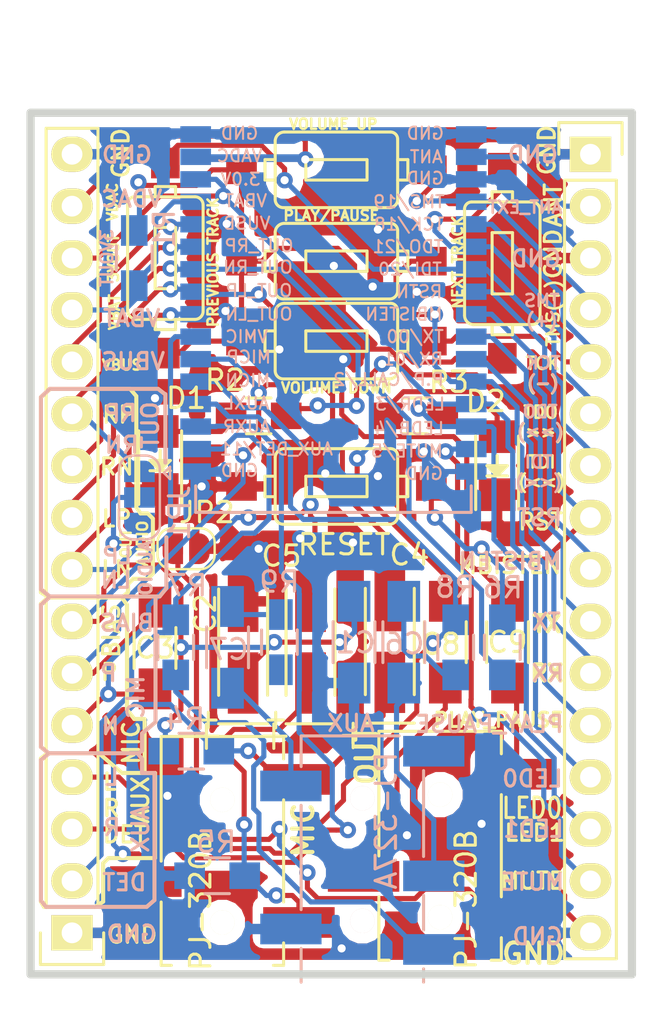
<source format=kicad_pcb>
(kicad_pcb (version 20171130) (host pcbnew 5.0.0-rc2-dev-unknown-5d71153~64~ubuntu16.04.1)
  (layers (0 F.Cu signal) (31 B.Cu signal) (34 B.Paste user) (35 F.Paste user) (36 B.SilkS user) (37 F.SilkS user) (38 B.Mask user) (39 F.Mask user) (44 Edge.Cuts user))
  (net 0 "")
  (net 1 GND)
  (net 2 /MIC_BIAS)
  (net 3 /3V_OUT)
  (net 4 /VBAT)
  (net 5 /AUX_INL)
  (net 6 /AUX_DETECT)
  (net 7 /#RST)
  (net 8 /LED0)
  (net 9 /LED1)
  (net 10 "Net-(D1-Pad2)")
  (net 11 "Net-(D2-Pad2)")
  (net 12 "Net-(R1-Pad2)")
  (net 13 /VDAC)
  (net 14 /AUDIO_RN)
  (net 15 /AUDIO_RP)
  (net 16 /AUDIO_LP)
  (net 17 /AUDIO_LN)
  (net 18 /MICP)
  (net 19 /MICN)
  (net 20 /ANT_EXT)
  (net 21 /TMS)
  (net 22 /TCK)
  (net 23 /TDO)
  (net 24 /TDI)
  (net 25 /MBISTEN)
  (net 26 /TX)
  (net 27 /RX)
  (net 28 /PLAY_PAUSE)
  (net 29 /MUTE)
  (net 30 "Net-(JP1-Pad2)")
  (net 31 "Net-(C4-Pad1)")
  (net 32 "Net-(R7-Pad2)")
  (net 33 "Net-(C6-Pad1)")
  (net 34 "Net-(C7-Pad1)")
  (net 35 "Net-(C6-Pad2)")
  (net 36 "Net-(C7-Pad2)")
  (net 37 "Net-(C8-Pad2)")
  (net 38 "Net-(C9-Pad2)")
  (net 39 "Net-(C5-Pad1)")
  (net 40 /VBUS)
  (net 41 /AUX_INR)
  (module modules:3x6x2.5mm_tact_switch (layer F.Cu) (at 158.9405 88.9)
    (fp_text reference SW6 hide)
    (fp_text value RESET (at 0.381 2.8448) (layer F.SilkS))
    (pad 1 smd rect (at -4.65 0) (size 1.5 1.4) (layers F.Cu F.Paste F.Mask) (net 1 GND))
    (pad 2 smd rect (at 4.65 0) (size 1.5 1.4) (layers F.Cu F.Paste F.Mask) (net 7 /#RST))
  )
  (module modules:3x6x2.5mm_tact_switch (layer F.Cu) (at 167.0685 77.978 90)
    (fp_text reference SW3 hide)
    (fp_text value "NEXT TRACK" (at 0.0508 -2.1844 90) (layer F.SilkS) (effects (font (size 0.5 0.5) (thickness 0.125))))
    (pad 1 smd rect (at -4.65 0 90) (size 1.5 1.4) (layers F.Cu F.Paste F.Mask) (net 12 "Net-(R1-Pad2)"))
    (pad 2 smd rect (at 4.65 0 90) (size 1.5 1.4) (layers F.Cu F.Paste F.Mask) (net 23 /TDO))
  )
  (module modules:3x6x2.5mm_tact_switch (layer F.Cu) (at 150.5585 77.724 90)
    (fp_text reference SW4 hide)
    (fp_text value "PREVIOUS TRACK" (at -0.2032 2.3368 90) (layer F.SilkS) (effects (font (size 0.5 0.5) (thickness 0.125))))
    (pad 1 smd rect (at -4.65 0 90) (size 1.5 1.4) (layers F.Cu F.Paste F.Mask) (net 12 "Net-(R1-Pad2)"))
    (pad 2 smd rect (at 4.65 0 90) (size 1.5 1.4) (layers F.Cu F.Paste F.Mask) (net 24 /TDI))
  )
  (module modules:3x6x2.5mm_tact_switch (layer F.Cu) (at 158.9405 81.788)
    (fp_text reference SW2 hide)
    (fp_text value "VOLUME DOWN" (at 0 2.286) (layer F.SilkS) (effects (font (size 0.5 0.5) (thickness 0.125))))
    (pad 1 smd rect (at -4.65 0) (size 1.5 1.4) (layers F.Cu F.Paste F.Mask) (net 12 "Net-(R1-Pad2)"))
    (pad 2 smd rect (at 4.65 0) (size 1.5 1.4) (layers F.Cu F.Paste F.Mask) (net 22 /TCK))
  )
  (module modules:3x6x2.5mm_tact_switch (layer F.Cu) (at 158.9405 77.8764)
    (fp_text reference SW5 hide)
    (fp_text value PLAY/PAUSE (at -0.254 -2.2352) (layer F.SilkS) (effects (font (size 0.5 0.5) (thickness 0.125))))
    (pad 1 smd rect (at -4.65 0) (size 1.5 1.4) (layers F.Cu F.Paste F.Mask) (net 12 "Net-(R1-Pad2)"))
    (pad 2 smd rect (at 4.65 0) (size 1.5 1.4) (layers F.Cu F.Paste F.Mask) (net 28 /PLAY_PAUSE))
  )
  (module modules:3x6x2.5mm_tact_switch (layer F.Cu) (at 158.9405 73.406)
    (fp_text reference SW1 hide)
    (fp_text value "VOLUME UP" (at -0.1524 -2.2352) (layer F.SilkS) (effects (font (size 0.5 0.5) (thickness 0.125))))
    (pad 1 smd rect (at -4.65 0) (size 1.5 1.4) (layers F.Cu F.Paste F.Mask) (net 12 "Net-(R1-Pad2)"))
    (pad 2 smd rect (at 4.65 0) (size 1.5 1.4) (layers F.Cu F.Paste F.Mask) (net 21 /TMS))
  )
  (module jacks:3.5mm_stereo_jack_PJ320B (layer F.Cu) (at 153.3525 110.236 180)
    (fp_text reference U2 hide)
    (fp_text value PJ-320B (at 1.0668 1.0668 270) (layer F.SilkS))
    (pad "" np_thru_hole circle (at 0 0 180) (size 1.2 1.2) (drill 1.2) (layers *.Cu *.Mask F.SilkS))
    (pad 1 smd rect (at -3.75 0 180) (size 3.5 1.5) (layers F.Cu F.Paste F.Mask) (net 39 "Net-(C5-Pad1)"))
    (pad 3 smd rect (at 3.75 2 180) (size 3.5 1.5) (layers F.Cu F.Paste F.Mask) (net 31 "Net-(C4-Pad1)"))
    (pad 2 smd rect (at -3.75 7 180) (size 3.5 1.5) (layers F.Cu F.Paste F.Mask) (net 31 "Net-(C4-Pad1)"))
    (pad "" np_thru_hole circle (at 0 6 180) (size 1.2 1.2) (drill 1.2) (layers *.Cu *.Mask F.SilkS))
  )
  (module jacks:3.5mm_stereo_jack_PJ320B (layer F.Cu) (at 164.0205 109.982 180)
    (fp_text reference U3 hide)
    (fp_text value PJ-320B (at -1.27 0.8636 270) (layer F.SilkS))
    (pad "" np_thru_hole circle (at 0 0 180) (size 1.2 1.2) (drill 1.2) (layers *.Cu *.Mask F.SilkS))
    (pad 1 smd rect (at -3.75 0 180) (size 3.5 1.5) (layers F.Cu F.Paste F.Mask) (net 30 "Net-(JP1-Pad2)"))
    (pad 3 smd rect (at 3.75 2 180) (size 3.5 1.5) (layers F.Cu F.Paste F.Mask) (net 37 "Net-(C8-Pad2)"))
    (pad 2 smd rect (at -3.75 7 180) (size 3.5 1.5) (layers F.Cu F.Paste F.Mask) (net 38 "Net-(C9-Pad2)"))
    (pad "" np_thru_hole circle (at 0 6 180) (size 1.2 1.2) (drill 1.2) (layers *.Cu *.Mask F.SilkS))
  )
  (module Capacitors_Tantalum_SMD.pretty:TantalC_SizeA_EIA-3216_HandSoldering (layer F.Cu) (at 154.3685 96.52 90)
    (fp_text reference C2 (at 1.397 -1.8542 270) (layer F.SilkS))
    (fp_text value "CTS 1u/16V A 10% AVX-TAJ")
    (fp_text user + (at -3.81 -1.778 90) (layer F.SilkS))
    (pad 2 smd rect (at 1.99898 0 90) (size 2.99974 1.50114) (layers F.Cu F.Paste F.Mask) (net 1 GND))
    (pad 1 smd rect (at -1.99898 0 90) (size 2.99974 1.50114) (layers F.Cu F.Paste F.Mask) (net 2 /MIC_BIAS))
  )
  (module Pin_Headers.pretty:Pin_Header_Straight_1x16 (layer F.Cu) (at 145.9865 110.744 180)
    (fp_text reference CON1 hide)
    (fp_text value CONN_16)
    (pad 16 thru_hole oval (at 0 38.1 180) (size 2.032 1.7272) (drill 1.016) (layers *.Cu *.Mask F.SilkS) (net 1 GND))
    (pad 15 thru_hole oval (at 0 35.56 180) (size 2.032 1.7272) (drill 1.016) (layers *.Cu *.Mask F.SilkS) (net 13 /VDAC))
    (pad 14 thru_hole oval (at 0 33.02 180) (size 2.032 1.7272) (drill 1.016) (layers *.Cu *.Mask F.SilkS) (net 3 /3V_OUT))
    (pad 13 thru_hole oval (at 0 30.48 180) (size 2.032 1.7272) (drill 1.016) (layers *.Cu *.Mask F.SilkS) (net 4 /VBAT))
    (pad 12 thru_hole oval (at 0 27.94 180) (size 2.032 1.7272) (drill 1.016) (layers *.Cu *.Mask F.SilkS) (net 40 /VBUS))
    (pad 11 thru_hole oval (at 0 25.4 180) (size 2.032 1.7272) (drill 1.016) (layers *.Cu *.Mask F.SilkS) (net 14 /AUDIO_RN))
    (pad 10 thru_hole oval (at 0 22.86 180) (size 2.032 1.7272) (drill 1.016) (layers *.Cu *.Mask F.SilkS) (net 15 /AUDIO_RP))
    (pad 9 thru_hole oval (at 0 20.32 180) (size 2.032 1.7272) (drill 1.016) (layers *.Cu *.Mask F.SilkS) (net 16 /AUDIO_LP))
    (pad 8 thru_hole oval (at 0 17.78 180) (size 2.032 1.7272) (drill 1.016) (layers *.Cu *.Mask F.SilkS) (net 17 /AUDIO_LN))
    (pad 7 thru_hole oval (at 0 15.24 180) (size 2.032 1.7272) (drill 1.016) (layers *.Cu *.Mask F.SilkS) (net 2 /MIC_BIAS))
    (pad 6 thru_hole oval (at 0 12.7 180) (size 2.032 1.7272) (drill 1.016) (layers *.Cu *.Mask F.SilkS) (net 18 /MICP))
    (pad 5 thru_hole oval (at 0 10.16 180) (size 2.032 1.7272) (drill 1.016) (layers *.Cu *.Mask F.SilkS) (net 19 /MICN))
    (pad 4 thru_hole oval (at 0 7.62 180) (size 2.032 1.7272) (drill 1.016) (layers *.Cu *.Mask F.SilkS) (net 5 /AUX_INL))
    (pad 3 thru_hole oval (at 0 5.08 180) (size 2.032 1.7272) (drill 1.016) (layers *.Cu *.Mask F.SilkS) (net 41 /AUX_INR))
    (pad 2 thru_hole oval (at 0 2.54 180) (size 2.032 1.7272) (drill 1.016) (layers *.Cu *.Mask F.SilkS) (net 6 /AUX_DETECT))
    (pad 1 thru_hole rect (at 0 0 180) (size 2.032 1.7272) (drill 1.016) (layers *.Cu *.Mask F.SilkS) (net 1 GND))
  )
  (module Pin_Headers.pretty:Pin_Header_Straight_1x16 (layer F.Cu) (at 171.3865 72.644)
    (fp_text reference CON2 hide)
    (fp_text value CONN_16)
    (pad 1 thru_hole rect (at 0 0) (size 2.032 1.7272) (drill 1.016) (layers *.Cu *.Mask F.SilkS) (net 1 GND))
    (pad 2 thru_hole oval (at 0 2.54) (size 2.032 1.7272) (drill 1.016) (layers *.Cu *.Mask F.SilkS) (net 20 /ANT_EXT))
    (pad 3 thru_hole oval (at 0 5.08) (size 2.032 1.7272) (drill 1.016) (layers *.Cu *.Mask F.SilkS) (net 1 GND))
    (pad 4 thru_hole oval (at 0 7.62) (size 2.032 1.7272) (drill 1.016) (layers *.Cu *.Mask F.SilkS) (net 21 /TMS))
    (pad 5 thru_hole oval (at 0 10.16) (size 2.032 1.7272) (drill 1.016) (layers *.Cu *.Mask F.SilkS) (net 22 /TCK))
    (pad 6 thru_hole oval (at 0 12.7) (size 2.032 1.7272) (drill 1.016) (layers *.Cu *.Mask F.SilkS) (net 23 /TDO))
    (pad 7 thru_hole oval (at 0 15.24) (size 2.032 1.7272) (drill 1.016) (layers *.Cu *.Mask F.SilkS) (net 24 /TDI))
    (pad 8 thru_hole oval (at 0 17.78) (size 2.032 1.7272) (drill 1.016) (layers *.Cu *.Mask F.SilkS) (net 7 /#RST))
    (pad 9 thru_hole oval (at 0 20.32) (size 2.032 1.7272) (drill 1.016) (layers *.Cu *.Mask F.SilkS) (net 25 /MBISTEN))
    (pad 10 thru_hole oval (at 0 22.86) (size 2.032 1.7272) (drill 1.016) (layers *.Cu *.Mask F.SilkS) (net 26 /TX))
    (pad 11 thru_hole oval (at 0 25.4) (size 2.032 1.7272) (drill 1.016) (layers *.Cu *.Mask F.SilkS) (net 27 /RX))
    (pad 12 thru_hole oval (at 0 27.94) (size 2.032 1.7272) (drill 1.016) (layers *.Cu *.Mask F.SilkS) (net 28 /PLAY_PAUSE))
    (pad 13 thru_hole oval (at 0 30.48) (size 2.032 1.7272) (drill 1.016) (layers *.Cu *.Mask F.SilkS) (net 8 /LED0))
    (pad 14 thru_hole oval (at 0 33.02) (size 2.032 1.7272) (drill 1.016) (layers *.Cu *.Mask F.SilkS) (net 9 /LED1))
    (pad 15 thru_hole oval (at 0 35.56) (size 2.032 1.7272) (drill 1.016) (layers *.Cu *.Mask F.SilkS) (net 29 /MUTE))
    (pad 16 thru_hole oval (at 0 38.1) (size 2.032 1.7272) (drill 1.016) (layers *.Cu *.Mask F.SilkS) (net 1 GND))
  )
  (module LEDs.pretty:LED-1206 (layer F.Cu) (at 150.3045 87.63 90)
    (fp_text reference D1 (at 3.048 1.27) (layer F.SilkS))
    (fp_text value LED)
    (pad 2 smd rect (at 1.41986 0 270) (size 1.59766 1.80086) (layers F.Cu F.Paste F.Mask) (net 10 "Net-(D1-Pad2)"))
    (pad 1 smd rect (at -1.41986 0 270) (size 1.59766 1.80086) (layers F.Cu F.Paste F.Mask) (net 1 GND))
  )
  (module LEDs.pretty:LED-1206 (layer F.Cu) (at 166.8145 87.884 90)
    (fp_text reference D2 (at 3.1496 -0.5588) (layer F.SilkS))
    (fp_text value LED)
    (pad 1 smd rect (at -1.41986 0 270) (size 1.59766 1.80086) (layers F.Cu F.Paste F.Mask) (net 1 GND))
    (pad 2 smd rect (at 1.41986 0 270) (size 1.59766 1.80086) (layers F.Cu F.Paste F.Mask) (net 11 "Net-(D2-Pad2)"))
  )
  (module Resistors_SMD.pretty:R_0805_HandSoldering (layer B.Cu) (at 149.0345 77.724 90)
    (fp_text reference R1 (at 1.397 1.4732 90) (layer B.SilkS) (effects (justify mirror)))
    (fp_text value 10k)
    (pad 1 smd rect (at -1.35 0 90) (size 1.5 1.3) (layers B.Cu B.Paste B.Mask) (net 4 /VBAT))
    (pad 2 smd rect (at 1.35 0 90) (size 1.5 1.3) (layers B.Cu B.Paste B.Mask) (net 12 "Net-(R1-Pad2)"))
  )
  (module Resistors_SMD.pretty:R_0805_HandSoldering (layer F.Cu) (at 155.1305 85.4456 180)
    (fp_text reference R2 (at 1.651 1.7526 180) (layer F.SilkS))
    (fp_text value 1k)
    (pad 1 smd rect (at -1.35 0 180) (size 1.5 1.3) (layers F.Cu F.Paste F.Mask) (net 8 /LED0))
    (pad 2 smd rect (at 1.35 0 180) (size 1.5 1.3) (layers F.Cu F.Paste F.Mask) (net 10 "Net-(D1-Pad2)"))
  )
  (module Resistors_SMD.pretty:R_0805_HandSoldering (layer F.Cu) (at 162.8013 85.4456 180)
    (fp_text reference R3 (at -1.651 1.651 180) (layer F.SilkS))
    (fp_text value 1k)
    (pad 1 smd rect (at -1.35 0 180) (size 1.5 1.3) (layers F.Cu F.Paste F.Mask) (net 9 /LED1))
    (pad 2 smd rect (at 1.35 0 180) (size 1.5 1.3) (layers F.Cu F.Paste F.Mask) (net 11 "Net-(D2-Pad2)"))
  )
  (module Resistors_SMD.pretty:R_0805_HandSoldering (layer B.Cu) (at 151.8285 101.854 180)
    (fp_text reference R4 (at 0.3048 1.5748 180) (layer B.SilkS) (effects (justify mirror)))
    (fp_text value 1k2)
    (pad 2 smd rect (at 1.35 0 180) (size 1.5 1.3) (layers B.Cu B.Paste B.Mask) (net 2 /MIC_BIAS))
    (pad 1 smd rect (at -1.35 0 180) (size 1.5 1.3) (layers B.Cu B.Paste B.Mask) (net 31 "Net-(C4-Pad1)"))
  )
  (module Resistors_SMD.pretty:R_0805_HandSoldering (layer B.Cu) (at 153.0985 107.95)
    (fp_text reference R5 (at -0.0508 -1.651) (layer B.SilkS) (effects (justify mirror)))
    (fp_text value 1k2)
    (pad 1 smd rect (at -1.35 0) (size 1.5 1.3) (layers B.Cu B.Paste B.Mask) (net 1 GND))
    (pad 2 smd rect (at 1.35 0) (size 1.5 1.3) (layers B.Cu B.Paste B.Mask) (net 39 "Net-(C5-Pad1)"))
  )
  (module Resistors_SMD.pretty:R_0805_HandSoldering (layer B.Cu) (at 167.0685 96.774 90)
    (fp_text reference R6 (at 2.921 0.0254 180) (layer B.SilkS) (effects (justify mirror)))
    (fp_text value 10k)
    (pad 2 smd rect (at 1.35 0 90) (size 1.5 1.3) (layers B.Cu B.Paste B.Mask) (net 7 /#RST))
    (pad 1 smd rect (at -1.35 0 90) (size 1.5 1.3) (layers B.Cu B.Paste B.Mask) (net 3 /3V_OUT))
  )
  (module Resistors_SMD.pretty:R_0805_HandSoldering (layer B.Cu) (at 151.0665 96.774 270)
    (fp_text reference R7 (at -3.0226 -0.5588) (layer B.SilkS) (effects (justify mirror)))
    (fp_text value 1k)
    (pad 1 smd rect (at -1.35 0 270) (size 1.5 1.3) (layers B.Cu B.Paste B.Mask) (net 6 /AUX_DETECT))
    (pad 2 smd rect (at 1.35 0 270) (size 1.5 1.3) (layers B.Cu B.Paste B.Mask) (net 32 "Net-(R7-Pad2)"))
  )
  (module Resistors_SMD.pretty:R_0805_HandSoldering (layer B.Cu) (at 164.7825 96.774 270)
    (fp_text reference R8 (at -2.9464 0.0254) (layer B.SilkS) (effects (justify mirror)))
    (fp_text value 1k)
    (pad 1 smd rect (at -1.35 0 270) (size 1.5 1.3) (layers B.Cu B.Paste B.Mask) (net 5 /AUX_INL))
    (pad 2 smd rect (at 1.35 0 270) (size 1.5 1.3) (layers B.Cu B.Paste B.Mask) (net 33 "Net-(C6-Pad1)"))
  )
  (module Resistors_SMD.pretty:R_0805_HandSoldering (layer B.Cu) (at 156.1465 96.52 90)
    (fp_text reference R9 (at 2.9464 0 180) (layer B.SilkS) (effects (justify mirror)))
    (fp_text value 1k)
    (pad 2 smd rect (at 1.35 0 90) (size 1.5 1.3) (layers B.Cu B.Paste B.Mask) (net 34 "Net-(C7-Pad1)"))
    (pad 1 smd rect (at -1.35 0 90) (size 1.5 1.3) (layers B.Cu B.Paste B.Mask))
  )
  (module bluetooth:F-6188 (layer B.Cu) (at 165.5445 90.17 180)
    (fp_text reference U1 hide)
    (fp_text value F-6188 hide)
    (fp_text user GND (at 2.25 18.55 180) (layer B.SilkS) (effects (font (size 0.6 0.6) (thickness 0.1)) (justify mirror)))
    (fp_text user GND (at 2.25 16.35 180) (layer B.SilkS) (effects (font (size 0.6 0.6) (thickness 0.1)) (justify mirror)))
    (fp_text user ANT (at 2.2 17.4 180) (layer B.SilkS) (effects (font (size 0.6 0.6) (thickness 0.1)) (justify mirror)))
    (fp_text user TMS/19 (at 3.05 15.2 180) (layer B.SilkS) (effects (font (size 0.6 0.6) (thickness 0.1)) (justify mirror)))
    (fp_text user TCK/18 (at 3.05 14.1 180) (layer B.SilkS) (effects (font (size 0.6 0.6) (thickness 0.1)) (justify mirror)))
    (fp_text user TDO/21 (at 3.1 13 180) (layer B.SilkS) (effects (font (size 0.6 0.6) (thickness 0.1)) (justify mirror)))
    (fp_text user TDI/20 (at 3 11.9 180) (layer B.SilkS) (effects (font (size 0.6 0.6) (thickness 0.1)) (justify mirror)))
    (fp_text user RSTN (at 2.55 10.8 180) (layer B.SilkS) (effects (font (size 0.6 0.6) (thickness 0.1)) (justify mirror)))
    (fp_text user MBISTEN (at 3.3 9.7 180) (layer B.SilkS) (effects (font (size 0.6 0.6) (thickness 0.1)) (justify mirror)))
    (fp_text user TX/00 (at 2.75 8.6 180) (layer B.SilkS) (effects (font (size 0.6 0.6) (thickness 0.1)) (justify mirror)))
    (fp_text user RX/01 (at 2.85 7.5 180) (layer B.SilkS) (effects (font (size 0.6 0.6) (thickness 0.1)) (justify mirror)))
    (fp_text user LEDR/3 (at 3 5.3 180) (layer B.SilkS) (effects (font (size 0.6 0.6) (thickness 0.1)) (justify mirror)))
    (fp_text user LEDB/4 (at 3.05 4.1 180) (layer B.SilkS) (effects (font (size 0.6 0.6) (thickness 0.1)) (justify mirror)))
    (fp_text user GND (at 2.3 1.9 180) (layer B.SilkS) (effects (font (size 0.6 0.6) (thickness 0.1)) (justify mirror)))
    (fp_text user P.P/CALL/2 (at 4.05 6.5 180) (layer B.SilkS) (effects (font (size 0.6 0.6) (thickness 0.1)) (justify mirror)))
    (fp_text user MUTE/5 (at 3.15 3 180) (layer B.SilkS) (effects (font (size 0.6 0.6) (thickness 0.1)) (justify mirror)))
    (fp_text user GND (at 11.35 18.55 180) (layer B.SilkS) (effects (font (size 0.6 0.6) (thickness 0.1)) (justify mirror)))
    (fp_text user GND (at 11.35 2.05 180) (layer B.SilkS) (effects (font (size 0.6 0.6) (thickness 0.1)) (justify mirror)))
    (fp_text user AUX_DET/11 (at 9.55 3.1 180) (layer B.SilkS) (effects (font (size 0.6 0.6) (thickness 0.1)) (justify mirror)))
    (fp_text user AUXR (at 11 4.2 180) (layer B.SilkS) (effects (font (size 0.6 0.6) (thickness 0.1)) (justify mirror)))
    (fp_text user AUXL (at 11 5.35 180) (layer B.SilkS) (effects (font (size 0.6 0.6) (thickness 0.1)) (justify mirror)))
    (fp_text user MICN (at 10.95 6.45 180) (layer B.SilkS) (effects (font (size 0.6 0.6) (thickness 0.1)) (justify mirror)))
    (fp_text user MICP (at 10.9 7.6 180) (layer B.SilkS) (effects (font (size 0.6 0.6) (thickness 0.1)) (justify mirror)))
    (fp_text user VMIC (at 11 8.6 180) (layer B.SilkS) (effects (font (size 0.6 0.6) (thickness 0.1)) (justify mirror)))
    (fp_text user OUT_LN (at 10.4 9.7 180) (layer B.SilkS) (effects (font (size 0.6 0.6) (thickness 0.1)) (justify mirror)))
    (fp_text user OUT_LP (at 10.4 10.85 180) (layer B.SilkS) (effects (font (size 0.6 0.6) (thickness 0.1)) (justify mirror)))
    (fp_text user OUT_RN (at 10.45 12 180) (layer B.SilkS) (effects (font (size 0.6 0.6) (thickness 0.1)) (justify mirror)))
    (fp_text user OUT_RP (at 10.4 13.05 180) (layer B.SilkS) (effects (font (size 0.6 0.6) (thickness 0.1)) (justify mirror)))
    (fp_text user VUSB (at 11 14.15 180) (layer B.SilkS) (effects (font (size 0.6 0.6) (thickness 0.1)) (justify mirror)))
    (fp_text user VBAT (at 11.05 15.25 180) (layer B.SilkS) (effects (font (size 0.6 0.6) (thickness 0.1)) (justify mirror)))
    (fp_text user 3.0V (at 11.3 16.3 180) (layer B.SilkS) (effects (font (size 0.6 0.6) (thickness 0.1)) (justify mirror)))
    (fp_text user VADC (at 11.35 17.45 180) (layer B.SilkS) (effects (font (size 0.6 0.6) (thickness 0.1)) (justify mirror)))
    (pad 25 smd rect (at 13.5 10.8 180) (size 1.5 0.8) (layers B.Cu B.Paste B.Mask) (net 16 /AUDIO_LP))
    (pad 20 smd rect (at 13.5 5.3 180) (size 1.5 0.8) (layers B.Cu B.Paste B.Mask) (net 5 /AUX_INL))
    (pad 22 smd rect (at 13.5 7.5 180) (size 1.5 0.8) (layers B.Cu B.Paste B.Mask) (net 18 /MICP))
    (pad 30 smd rect (at 13.5 16.3 180) (size 1.5 0.8) (layers B.Cu B.Paste B.Mask) (net 3 /3V_OUT))
    (pad 28 smd rect (at 13.5 14.1 180) (size 1.5 0.8) (layers B.Cu B.Paste B.Mask) (net 40 /VBUS))
    (pad 24 smd rect (at 13.5 9.7 180) (size 1.5 0.8) (layers B.Cu B.Paste B.Mask) (net 17 /AUDIO_LN))
    (pad 21 smd rect (at 13.5 6.4 180) (size 1.5 0.8) (layers B.Cu B.Paste B.Mask) (net 19 /MICN))
    (pad 31 smd rect (at 13.5 17.4 180) (size 1.5 0.8) (layers B.Cu B.Paste B.Mask) (net 13 /VDAC))
    (pad 18 smd rect (at 13.5 3.1 180) (size 1.5 0.8) (layers B.Cu B.Paste B.Mask) (net 6 /AUX_DETECT))
    (pad 29 smd rect (at 13.5 15.2 180) (size 1.5 0.8) (layers B.Cu B.Paste B.Mask) (net 4 /VBAT))
    (pad 19 smd rect (at 13.5 4.2 180) (size 1.5 0.8) (layers B.Cu B.Paste B.Mask) (net 41 /AUX_INR))
    (pad 27 smd rect (at 13.5 13 180) (size 1.5 0.8) (layers B.Cu B.Paste B.Mask) (net 14 /AUDIO_RN))
    (pad 17 smd rect (at 13.5 2 180) (size 1.5 0.8) (layers B.Cu B.Paste B.Mask) (net 1 GND))
    (pad 23 smd rect (at 13.5 8.6 180) (size 1.5 0.8) (layers B.Cu B.Paste B.Mask) (net 2 /MIC_BIAS))
    (pad 32 smd rect (at 13.5 18.5 180) (size 1.5 0.8) (layers B.Cu B.Paste B.Mask) (net 1 GND))
    (pad 26 smd rect (at 13.5 11.9 180) (size 1.5 0.8) (layers B.Cu B.Paste B.Mask) (net 15 /AUDIO_RP))
    (pad 4 smd rect (at 0 15.2 180) (size 1.5 0.8) (layers B.Cu B.Paste B.Mask) (net 21 /TMS))
    (pad 1 smd rect (at 0 18.5 180) (size 1.5 0.8) (layers B.Cu B.Paste B.Mask) (net 1 GND))
    (pad 2 smd rect (at 0 17.4 180) (size 1.5 0.8) (layers B.Cu B.Paste B.Mask) (net 20 /ANT_EXT))
    (pad 3 smd rect (at 0 16.3 180) (size 1.5 0.8) (layers B.Cu B.Paste B.Mask) (net 1 GND))
    (pad 7 smd rect (at 0 11.9 180) (size 1.5 0.8) (layers B.Cu B.Paste B.Mask) (net 24 /TDI))
    (pad 5 smd rect (at 0 14.1 180) (size 1.5 0.8) (layers B.Cu B.Paste B.Mask) (net 22 /TCK))
    (pad 9 smd rect (at 0 9.7 180) (size 1.5 0.8) (layers B.Cu B.Paste B.Mask) (net 25 /MBISTEN))
    (pad 6 smd rect (at 0 13 180) (size 1.5 0.8) (layers B.Cu B.Paste B.Mask) (net 23 /TDO))
    (pad 10 smd rect (at 0 8.6 180) (size 1.5 0.8) (layers B.Cu B.Paste B.Mask) (net 26 /TX))
    (pad 8 smd rect (at 0 10.8 180) (size 1.5 0.8) (layers B.Cu B.Paste B.Mask) (net 7 /#RST))
    (pad 11 smd rect (at 0 7.5 180) (size 1.5 0.8) (layers B.Cu B.Paste B.Mask) (net 27 /RX))
    (pad 12 smd rect (at 0 6.4 180) (size 1.5 0.8) (layers B.Cu B.Paste B.Mask) (net 28 /PLAY_PAUSE))
    (pad 13 smd rect (at 0 5.3 180) (size 1.5 0.8) (layers B.Cu B.Paste B.Mask) (net 8 /LED0))
    (pad 14 smd rect (at 0 4.2 180) (size 1.5 0.8) (layers B.Cu B.Paste B.Mask) (net 9 /LED1))
    (pad 15 smd rect (at 0 3.1 180) (size 1.5 0.8) (layers B.Cu B.Paste B.Mask) (net 29 /MUTE))
    (pad 16 smd rect (at 0 2 180) (size 1.5 0.8) (layers B.Cu B.Paste B.Mask) (net 1 GND))
  )
  (module jacks:PJ-327A (layer B.Cu) (at 160.2105 113.157)
    (fp_text reference U4 hide)
    (fp_text value PJ-327A (at 1.1684 -7.8994 90) (layer B.SilkS) (effects (justify mirror)))
    (pad "" np_thru_hole circle (at 0 -3) (size 1.2 1.2) (drill 1.2) (layers *.Cu *.Mask B.SilkS))
    (pad "" np_thru_hole circle (at 0 -9) (size 1.2 1.2) (drill 1.2) (layers *.Cu *.Mask B.SilkS))
    (pad 4 smd rect (at 3.5 -1.6) (size 3 1.5) (layers B.Cu B.Paste B.Mask) (net 32 "Net-(R7-Pad2)"))
    (pad 5 smd rect (at 3.5 -5.2) (size 3 1.5) (layers B.Cu B.Paste B.Mask) (net 35 "Net-(C6-Pad2)"))
    (pad 6 smd rect (at 3.5 -11.3) (size 3 1.5) (layers B.Cu B.Paste B.Mask))
    (pad 2 smd rect (at -3.5 -9.6) (size 3 1.5) (layers B.Cu B.Paste B.Mask) (net 36 "Net-(C7-Pad2)"))
    (pad 3 smd rect (at -3.5 -2.6) (size 3 1.5) (layers B.Cu B.Paste B.Mask) (net 1 GND))
  )
  (module Capacitors_SMD.pretty:C_1206_HandSoldering (layer B.Cu) (at 159.8041 96.52 90)
    (fp_text reference C1 (at -0.0254 0.0762 180) (layer B.SilkS) (effects (justify mirror)))
    (fp_text value "100n/50V X7R!!!")
    (pad 1 smd rect (at -2 0 90) (size 2 1.6) (layers B.Cu B.Paste B.Mask) (net 1 GND))
    (pad 2 smd rect (at 2 0 90) (size 2 1.6) (layers B.Cu B.Paste B.Mask) (net 2 /MIC_BIAS))
  )
  (module Capacitors_SMD.pretty:C_1206_HandSoldering (layer F.Cu) (at 150.0505 96.806 90)
    (fp_text reference C3 (at 0 0 180) (layer F.SilkS))
    (fp_text value "100n/50V X7R!!!")
    (pad 2 smd rect (at 2 0 90) (size 2 1.6) (layers F.Cu F.Paste F.Mask) (net 18 /MICP))
    (pad 1 smd rect (at -2 0 90) (size 2 1.6) (layers F.Cu F.Paste F.Mask) (net 19 /MICN))
  )
  (module Capacitors_Tantalum_SMD.pretty:TantalC_SizeA_EIA-3216_HandSoldering (layer F.Cu) (at 161.5567 96.48698 90)
    (fp_text reference C4 (at 4.2418 0.9652 180) (layer F.SilkS))
    (fp_text value "CTS 1u/16V A 10% AVX-TAJ")
    (fp_text user + (at -4.59994 -1.8796 90) (layer F.SilkS))
    (pad 2 smd rect (at 1.99898 0 90) (size 2.99974 1.50114) (layers F.Cu F.Paste F.Mask) (net 18 /MICP))
    (pad 1 smd rect (at -1.99898 0 90) (size 2.99974 1.50114) (layers F.Cu F.Paste F.Mask) (net 31 "Net-(C4-Pad1)"))
  )
  (module Capacitors_Tantalum_SMD.pretty:TantalC_SizeA_EIA-3216_HandSoldering (layer F.Cu) (at 157.6705 96.52 90)
    (fp_text reference C5 (at 4.2164 -1.4224 180) (layer F.SilkS))
    (fp_text value "CTS 1u/16V A 10% AVX-TAJ")
    (fp_text user + (at -3.81 -1.778 90) (layer F.SilkS))
    (pad 1 smd rect (at -1.99898 0 90) (size 2.99974 1.50114) (layers F.Cu F.Paste F.Mask) (net 39 "Net-(C5-Pad1)"))
    (pad 2 smd rect (at 1.99898 0 90) (size 2.99974 1.50114) (layers F.Cu F.Paste F.Mask) (net 19 /MICN))
  )
  (module Capacitors_SMD.pretty:C_1206_HandSoldering (layer B.Cu) (at 162.2425 96.52 270)
    (fp_text reference C6 (at 0.0762 -0.0254) (layer B.SilkS) (effects (justify mirror)))
    (fp_text value "CKS1206 10u/25V X5R 10% SAMSUNG")
    (pad 1 smd rect (at -2 0 270) (size 2 1.6) (layers B.Cu B.Paste B.Mask) (net 33 "Net-(C6-Pad1)"))
    (pad 2 smd rect (at 2 0 270) (size 2 1.6) (layers B.Cu B.Paste B.Mask) (net 35 "Net-(C6-Pad2)"))
  )
  (module Capacitors_SMD.pretty:C_1206_HandSoldering (layer B.Cu) (at 153.6065 96.774 270)
    (fp_text reference C7 (at 0.1016 -0.0508) (layer B.SilkS) (effects (justify mirror)))
    (fp_text value "CKS1206 10u/25V X5R 10% SAMSUNG")
    (pad 2 smd rect (at 2 0 270) (size 2 1.6) (layers B.Cu B.Paste B.Mask) (net 36 "Net-(C7-Pad2)"))
    (pad 1 smd rect (at -2 0 270) (size 2 1.6) (layers B.Cu B.Paste B.Mask) (net 34 "Net-(C7-Pad1)"))
  )
  (module Capacitors_SMD.pretty:C_1206_HandSoldering (layer F.Cu) (at 164.2745 96.52 270)
    (fp_text reference C8 (at 0.1016 0.2286) (layer F.SilkS))
    (fp_text value "CKS1206 10u/25V X5R 10% SAMSUNG")
    (pad 2 smd rect (at 2 0 270) (size 2 1.6) (layers F.Cu F.Paste F.Mask) (net 37 "Net-(C8-Pad2)"))
    (pad 1 smd rect (at -2 0 270) (size 2 1.6) (layers F.Cu F.Paste F.Mask) (net 15 /AUDIO_RP))
  )
  (module Capacitors_SMD.pretty:C_1206_HandSoldering (layer F.Cu) (at 167.3225 96.52 270)
    (fp_text reference C9 (at 0 0) (layer F.SilkS))
    (fp_text value "CKS1206 10u/25V X5R 10% SAMSUNG")
    (pad 1 smd rect (at -2 0 270) (size 2 1.6) (layers F.Cu F.Paste F.Mask) (net 16 /AUDIO_LP))
    (pad 2 smd rect (at 2 0 270) (size 2 1.6) (layers F.Cu F.Paste F.Mask) (net 38 "Net-(C9-Pad2)"))
  )
  (module Jumper:SolderJumper-2_P1.3mm_Open_RoundedPad1.0x1.5mm (layer F.Cu) (at 151.5745 91.948)
    (fp_text reference JP2 (at 1.016 -1.778) (layer F.SilkS))
    (fp_text value Jumper_2)
    (pad 2 smd roundrect (at 0.65 0) (size 1 1.5) (layers F.Cu F.Mask) (roundrect_rratio 0.5) (net 1 GND))
    (pad 1 smd roundrect (at -0.65 0) (size 1 1.5) (layers F.Cu F.Mask) (roundrect_rratio 0.5) (net 30 "Net-(JP1-Pad2)"))
    (pad 1 smd rect (at -0.4 0) (size 0.5 1.5) (layers F.Cu F.Mask) (net 30 "Net-(JP1-Pad2)"))
    (pad 2 smd rect (at 0.4 0) (size 0.5 1.5) (layers F.Cu F.Mask) (net 1 GND))
  )
  (module Jumper:SolderJumper-3_P1.3mm_Open_RoundedPad1.0x1.5mm (layer B.Cu) (at 149.2885 89.438 270)
    (fp_text reference JP1 (at 0.7574 -1.9558 270) (layer B.SilkS) (effects (justify mirror)))
    (fp_text value Jumper_3_Bridged12)
    (pad 1 smd roundrect (at -1.3 0 270) (size 1 1.5) (layers B.Cu B.Mask) (roundrect_rratio 0.5) (net 14 /AUDIO_RN))
    (pad 1 smd rect (at -1 0 270) (size 0.5 1.5) (layers B.Cu B.Mask) (net 14 /AUDIO_RN))
    (pad 2 smd rect (at 0 0 270) (size 1 1.5) (layers B.Cu B.Mask) (net 30 "Net-(JP1-Pad2)"))
    (pad 3 smd roundrect (at 1.3 0 270) (size 1 1.5) (layers B.Cu B.Mask) (roundrect_rratio 0.5) (net 17 /AUDIO_LN))
    (pad 3 smd rect (at 1 0 270) (size 0.5 1.5) (layers B.Cu B.Mask) (net 17 /AUDIO_LN))
  )
  (gr_text GND (at 168.5671 72.6694) (layer B.SilkS) (effects (font (size 0.8 0.8)) (justify mirror)))
  (gr_text ANT_EXT (at 168.1861 75.2348) (layer B.SilkS) (effects (font (size 0.6 0.6) (thickness 0.125)) (justify mirror)))
  (gr_text GND (at 168.7195 77.7494) (layer B.SilkS) (effects (font (size 0.8 0.8)) (justify mirror)))
  (gr_text "TMS\n(+)" (at 168.9989 80.2894) (layer B.SilkS) (effects (font (size 0.6 0.6) (thickness 0.125)) (justify mirror)))
  (gr_text "TCK\n(-)" (at 169.0751 83.3374) (layer B.SilkS) (effects (font (size 0.6 0.6) (thickness 0.125)) (justify mirror)))
  (gr_text "TDO\n(>>)" (at 168.9227 85.725) (layer B.SilkS) (effects (font (size 0.6 0.6) (thickness 0.125)) (justify mirror)))
  (gr_text "TDI\n(<<)" (at 168.8465 88.1888) (layer B.SilkS) (effects (font (size 0.6 0.6) (thickness 0.125)) (justify mirror)))
  (gr_text RST (at 168.8973 90.424) (layer B.SilkS) (effects (font (size 0.8 0.8)) (justify mirror)))
  (gr_text MBISTEN (at 167.4495 92.5576) (layer B.SilkS) (effects (font (size 0.8 0.8)) (justify mirror)))
  (gr_text TX (at 169.2275 95.5294) (layer B.SilkS) (effects (font (size 0.8 0.8)) (justify mirror)))
  (gr_text RX (at 169.3037 98.044) (layer B.SilkS) (effects (font (size 0.8 0.8)) (justify mirror)))
  (gr_text PLAY_PAUSE (at 166.4335 100.5332) (layer B.SilkS) (effects (font (size 0.8 0.8)) (justify mirror)))
  (gr_text LED0 (at 168.5417 103.2002) (layer B.SilkS) (effects (font (size 0.8 0.8)) (justify mirror)))
  (gr_text LED1 (at 168.5925 105.664) (layer B.SilkS) (effects (font (size 0.8 0.8)) (justify mirror)))
  (gr_text MUTE (at 168.5417 108.2548) (layer B.SilkS) (effects (font (size 0.8 0.8)) (justify mirror)))
  (gr_text GND (at 168.7957 110.9218) (layer B.SilkS) (effects (font (size 0.8 0.8)) (justify mirror)))
  (gr_text GND (at 148.9075 110.7948) (layer B.SilkS) (effects (font (size 0.8 0.8)) (justify mirror)))
  (gr_text AUX (at 149.3393 105.664 90) (layer B.SilkS) (effects (font (size 0.8 0.8)) (justify mirror)))
  (gr_line (start 150.0251 109.1438) (end 150.0251 102.9462) (layer B.SilkS) (width 0.2))
  (gr_line (start 149.6441 109.474) (end 150.0251 109.1438) (layer B.SilkS) (width 0.2))
  (gr_line (start 144.7165 109.474) (end 149.6441 109.474) (layer B.SilkS) (width 0.2))
  (gr_line (start 144.4625 109.1692) (end 144.7165 109.474) (layer B.SilkS) (width 0.2))
  (gr_line (start 144.4625 102.2858) (end 144.4625 109.1692) (layer B.SilkS) (width 0.2))
  (gr_line (start 144.8689 101.9556) (end 144.4625 102.2858) (layer B.SilkS) (width 0.2))
  (gr_text DET (at 148.5519 108.2802) (layer B.SilkS) (effects (font (size 0.8 0.8)) (justify mirror)))
  (gr_text R (at 147.9423 105.5878) (layer B.SilkS) (effects (font (size 0.8 0.8)) (justify mirror)))
  (gr_text L (at 147.9423 103.124) (layer B.SilkS) (effects (font (size 0.8 0.8)) (justify mirror)))
  (gr_line (start 149.4155 102.9208) (end 150.0251 102.9208) (layer B.SilkS) (width 0.2))
  (gr_line (start 149.4155 102.235) (end 149.4155 102.9208) (layer B.SilkS) (width 0.2))
  (gr_line (start 149.2123 101.981) (end 149.4155 102.235) (layer B.SilkS) (width 0.2))
  (gr_line (start 149.4155 101.8286) (end 149.2631 101.9556) (layer B.SilkS) (width 0.2))
  (gr_line (start 149.4155 100.9904) (end 149.4155 101.8286) (layer B.SilkS) (width 0.2))
  (gr_line (start 150.0759 100.4316) (end 149.4155 100.9904) (layer B.SilkS) (width 0.2))
  (gr_line (start 150.0759 94.361) (end 150.0759 100.4316) (layer B.SilkS) (width 0.2))
  (gr_text MIC (at 149.1107 99.2124 90) (layer B.SilkS) (effects (font (size 0.8 0.8)) (justify mirror)))
  (gr_text N (at 147.8661 100.6094) (layer B.SilkS) (effects (font (size 0.8 0.8)) (justify mirror)))
  (gr_text P (at 147.7645 98.044) (layer B.SilkS) (effects (font (size 0.8 0.8)) (justify mirror)))
  (gr_text BIAS (at 148.6789 95.5802) (layer B.SilkS) (effects (font (size 0.8 0.8)) (justify mirror)))
  (gr_line (start 144.8435 101.9556) (end 149.2631 101.9556) (layer B.SilkS) (width 0.2))
  (gr_line (start 144.4625 101.6508) (end 144.8435 101.9556) (layer B.SilkS) (width 0.2))
  (gr_line (start 144.4625 94.6912) (end 144.4625 101.6508) (layer B.SilkS) (width 0.2))
  (gr_line (start 144.9197 94.2848) (end 144.4625 94.6912) (layer B.SilkS) (width 0.2))
  (gr_line (start 144.4625 93.9292) (end 144.4625 84.5312) (layer B.SilkS) (width 0.2))
  (gr_line (start 144.8943 94.2848) (end 144.4625 93.9292) (layer B.SilkS) (width 0.2))
  (gr_line (start 150.2791 94.2848) (end 144.8943 94.2848) (layer B.SilkS) (width 0.2))
  (gr_line (start 150.6093 93.8784) (end 150.2791 94.2848) (layer B.SilkS) (width 0.2))
  (gr_line (start 150.6093 91.3892) (end 150.6093 93.8784) (layer B.SilkS) (width 0.2))
  (gr_line (start 150.5585 84.3788) (end 150.5585 87.7316) (layer B.SilkS) (width 0.2))
  (gr_line (start 150.2029 84.1248) (end 150.5331 84.3788) (layer B.SilkS) (width 0.2))
  (gr_line (start 144.8943 84.1248) (end 150.2029 84.1248) (layer B.SilkS) (width 0.2))
  (gr_line (start 144.5133 84.4804) (end 144.8943 84.1248) (layer B.SilkS) (width 0.2))
  (gr_text OUT (at 149.8219 85.9028 90) (layer B.SilkS) (effects (font (size 0.8 0.8)) (justify mirror)))
  (gr_text AUDIO (at 149.5933 92.8878 90) (layer B.SilkS) (effects (font (size 0.6 0.6)) (justify mirror)))
  (gr_text LN (at 148.1455 93.472) (layer B.SilkS) (effects (font (size 0.8 0.8)) (justify mirror)))
  (gr_text LP (at 148.1963 92.2782) (layer B.SilkS) (effects (font (size 0.8 0.8)) (justify mirror)))
  (gr_text RN (at 148.4249 86.868) (layer B.SilkS) (effects (font (size 0.8 0.8)) (justify mirror)))
  (gr_text RP (at 148.3487 85.3186) (layer B.SilkS) (effects (font (size 0.8 0.8)) (justify mirror)))
  (gr_text VBUS (at 148.9837 82.7786) (layer B.SilkS) (effects (font (size 0.8 0.8)) (justify mirror)))
  (gr_text 3VOUT (at 147.6883 77.724 90) (layer B.SilkS) (effects (font (size 0.6 0.6) (thickness 0.125)) (justify mirror)))
  (gr_text VBAT (at 148.9075 80.6704) (layer B.SilkS) (effects (font (size 0.8 0.8)) (justify mirror)))
  (gr_text VDAC (at 148.9075 74.8284) (layer B.SilkS) (effects (font (size 0.8 0.8)) (justify mirror)))
  (gr_text GND (at 148.6789 72.6694) (layer B.SilkS) (effects (font (size 0.8 0.8)) (justify mirror)))
  (gr_text OUT (at 160.4137 102.0572 90) (layer F.SilkS) (effects (font (size 1 1) (thickness 0.2))))
  (gr_text MIC (at 157.3149 105.7148 90) (layer F.SilkS) (effects (font (size 1 1) (thickness 0.2))))
  (gr_text AUX (at 159.6517 100.4824) (layer B.SilkS) (effects (font (size 0.8 0.8)) (justify mirror)))
  (gr_text VBAT (at 148.0693 80.3656 90) (layer F.SilkS) (effects (font (size 0.5 0.5) (thickness 0.125))))
  (gr_text "OUT\nAUDIO" (at 149.0345 91.694 90) (layer F.SilkS) (effects (font (size 0.5 0.5) (thickness 0.125))))
  (gr_line (start 149.6949 90.2208) (end 149.3393 90.2208) (layer F.SilkS) (width 0.2))
  (gr_line (start 149.9489 90.4748) (end 149.6949 90.2208) (layer F.SilkS) (width 0.2))
  (gr_line (start 149.9489 93.1672) (end 149.9489 90.4748) (layer F.SilkS) (width 0.2))
  (gr_line (start 149.6949 93.4212) (end 149.9489 93.1672) (layer F.SilkS) (width 0.2))
  (gr_line (start 148.9837 93.4212) (end 149.6949 93.4212) (layer F.SilkS) (width 0.2))
  (gr_line (start 144.4625 84.5312) (end 144.9197 84.1248) (layer F.SilkS) (width 0.2))
  (gr_line (start 144.4625 94.0816) (end 144.4625 84.5312) (layer F.SilkS) (width 0.2))
  (gr_line (start 144.8689 94.3356) (end 144.4625 94.0816) (layer F.SilkS) (width 0.2))
  (gr_line (start 148.7297 93.6752) (end 148.9837 93.4212) (layer F.SilkS) (width 0.2))
  (gr_line (start 148.7297 94.0816) (end 148.7297 93.6752) (layer F.SilkS) (width 0.2))
  (gr_line (start 148.4249 94.3356) (end 148.7297 94.0816) (layer F.SilkS) (width 0.2))
  (gr_line (start 149.1361 89.916) (end 149.3393 90.2208) (layer F.SilkS) (width 0.2))
  (gr_line (start 149.1361 84.4804) (end 149.1361 89.916) (layer F.SilkS) (width 0.2))
  (gr_line (start 148.8313 84.1248) (end 149.1361 84.4804) (layer F.SilkS) (width 0.2))
  (gr_line (start 144.9705 84.1248) (end 148.8313 84.1248) (layer F.SilkS) (width 0.2))
  (gr_text VBUS (at 148.4249 82.9564) (layer F.SilkS) (effects (font (size 0.5 0.5) (thickness 0.125))))
  (gr_text RP (at 148.2725 85.3948) (layer F.SilkS) (effects (font (size 0.8 0.8))))
  (gr_text RN (at 148.1709 87.9348) (layer F.SilkS) (effects (font (size 0.8 0.8))))
  (gr_text LN (at 148.1709 92.964) (layer F.SilkS) (effects (font (size 0.8 0.8))))
  (gr_text LP (at 148.1709 90.4748) (layer F.SilkS) (effects (font (size 0.8 0.8))))
  (gr_line (start 145.0213 94.3356) (end 144.8181 94.3356) (layer F.SilkS) (width 0.2))
  (gr_line (start 144.4625 94.6404) (end 144.8181 94.3356) (layer F.SilkS) (width 0.2))
  (gr_line (start 144.4625 101.6508) (end 144.4625 94.6404) (layer F.SilkS) (width 0.2))
  (gr_line (start 144.7673 101.9048) (end 144.4625 101.6508) (layer F.SilkS) (width 0.2))
  (gr_line (start 149.0345 100.2792) (end 149.4917 100.2792) (layer F.SilkS) (width 0.2))
  (gr_line (start 148.6789 99.822) (end 149.0345 100.2792) (layer F.SilkS) (width 0.2))
  (gr_line (start 148.6789 94.6912) (end 148.6789 99.822) (layer F.SilkS) (width 0.2))
  (gr_line (start 148.4249 94.3356) (end 148.6789 94.6912) (layer F.SilkS) (width 0.2))
  (gr_line (start 145.0213 94.3356) (end 148.4249 94.3356) (layer F.SilkS) (width 0.2))
  (gr_line (start 149.5425 102.87) (end 149.5425 100.2792) (layer F.SilkS) (width 0.2))
  (gr_text MIC (at 148.8821 101.4476 90) (layer F.SilkS) (effects (font (size 0.8 0.8))))
  (gr_text BIAS (at 147.9169 95.9612 90) (layer F.SilkS) (effects (font (size 0.8 0.8))))
  (gr_text P (at 147.8153 97.9932) (layer F.SilkS) (effects (font (size 0.8 0.8))))
  (gr_text N (at 147.8661 100.6348) (layer F.SilkS) (effects (font (size 0.8 0.8))))
  (gr_line (start 144.4625 102.2096) (end 144.7165 102.0064) (layer F.SilkS) (width 0.2))
  (gr_line (start 144.4625 109.22) (end 144.4625 102.2096) (layer F.SilkS) (width 0.2))
  (gr_line (start 144.6149 109.474) (end 144.4625 109.22) (layer F.SilkS) (width 0.2))
  (gr_line (start 147.1041 109.474) (end 144.6149 109.474) (layer F.SilkS) (width 0.2))
  (gr_line (start 147.5105 109.22) (end 147.1041 109.474) (layer F.SilkS) (width 0.2))
  (gr_line (start 147.5105 107.3404) (end 147.5105 109.22) (layer F.SilkS) (width 0.2))
  (gr_line (start 147.7645 107.0864) (end 147.5105 107.3404) (layer F.SilkS) (width 0.2))
  (gr_line (start 150.0505 107.0864) (end 147.7645 107.0864) (layer F.SilkS) (width 0.2))
  (gr_line (start 150.0505 102.9208) (end 150.0505 107.0864) (layer F.SilkS) (width 0.2))
  (gr_line (start 148.4249 102.9208) (end 150.0505 102.9208) (layer F.SilkS) (width 0.2))
  (gr_line (start 147.3073 101.9556) (end 148.4249 102.9208) (layer F.SilkS) (width 0.2))
  (gr_line (start 144.7673 101.9556) (end 147.3073 101.9556) (layer F.SilkS) (width 0.2))
  (gr_text AUX (at 149.3393 104.2416 90) (layer F.SilkS) (effects (font (size 0.8 0.8))))
  (gr_text "L\nR\nDET" (at 147.4089 104.648) (layer F.SilkS) (effects (font (size 0.8 0.8)) (justify left)))
  (gr_text GND (at 148.9329 110.8456) (layer F.SilkS) (effects (font (size 0.8 0.8))))
  (gr_text GND (at 169.2529 72.4408 90) (layer F.SilkS) (effects (font (size 0.8 0.8))))
  (gr_text ANT (at 169.5577 75.1332 90) (layer F.SilkS) (effects (font (size 0.8 0.8))))
  (gr_text GND (at 169.5577 77.5208 90) (layer F.SilkS) (effects (font (size 0.8 0.8))))
  (gr_text "TMS(+)" (at 169.5577 80.4164 90) (layer F.SilkS) (effects (font (size 0.6 0.6) (thickness 0.125))))
  (gr_text "TCK\n(-)" (at 169.0497 83.3628) (layer F.SilkS) (effects (font (size 0.6 0.6) (thickness 0.125))))
  (gr_text "TDO\n(>>)" (at 168.9481 85.7504) (layer F.SilkS) (effects (font (size 0.6 0.6) (thickness 0.125))))
  (gr_text 3VOUT (at 148.0185 77.724 90) (layer F.SilkS) (effects (font (size 0.5 0.5) (thickness 0.125))))
  (gr_text VDAC (at 147.9677 74.9808 90) (layer F.SilkS) (effects (font (size 0.5 0.5) (thickness 0.125))))
  (gr_text GND (at 148.3741 72.5932 90) (layer F.SilkS) (effects (font (size 0.8 0.8))))
  (gr_text "TDI\n(<<)" (at 168.9989 88.1888) (layer F.SilkS) (effects (font (size 0.6 0.6) (thickness 0.125))))
  (gr_text RST (at 168.9481 90.6272) (layer F.SilkS) (effects (font (size 0.8 0.8))))
  (gr_text MBISTEN (at 167.4241 92.7608) (layer F.SilkS) (effects (font (size 0.8 0.8))))
  (gr_text TX (at 169.2529 95.631) (layer F.SilkS) (effects (font (size 0.8 0.8) (thickness 0.2))))
  (gr_text RX (at 169.2529 98.044) (layer F.SilkS) (effects (font (size 0.8 0.8) (thickness 0.2))))
  (gr_text PLAY_PAUSE (at 166.878 100.33) (layer F.SilkS) (effects (font (size 0.7 0.7))))
  (gr_text LED0 (at 168.529 104.648) (layer F.SilkS) (effects (font (size 1 0.8))))
  (gr_text LED1 (at 168.656 105.8545) (layer F.SilkS) (effects (font (size 0.8 0.8))))
  (gr_text MUTE (at 168.529 108.204) (layer F.SilkS) (effects (font (size 0.8 0.8))))
  (gr_text GND (at 168.5925 111.76) (layer F.SilkS) (effects (font (size 1 1) (thickness 0.2))))
  (gr_line (start 143.9545 112.776) (end 173.4185 112.776) (layer Edge.Cuts) (width 0.4))
  (gr_line (start 143.9545 70.612) (end 143.9545 112.776) (layer Edge.Cuts) (width 0.4))
  (gr_line (start 173.4185 70.612) (end 143.9545 70.612) (layer Edge.Cuts) (width 0.4))
  (gr_line (start 173.4185 112.776) (end 173.4185 70.612) (layer Edge.Cuts) (width 0.4))
  (segment (start 162.655815 87.18661) (end 163.2215 87.18661) (width 0.25) (layer F.Cu) (net 1))
  (segment (start 160.9725 88.392) (end 162.17789 87.18661) (width 0.25) (layer F.Cu) (net 1))
  (via (at 163.2215 87.18661) (size 0.8) (drill 0.4) (layers F.Cu B.Cu) (net 1))
  (segment (start 162.17789 87.18661) (end 162.655815 87.18661) (width 0.25) (layer F.Cu) (net 1))
  (segment (start 164.20489 88.17) (end 163.621499 87.586609) (width 0.25) (layer B.Cu) (net 1))
  (segment (start 165.5445 88.17) (end 164.20489 88.17) (width 0.25) (layer B.Cu) (net 1))
  (segment (start 163.621499 87.586609) (end 163.2215 87.18661) (width 0.25) (layer B.Cu) (net 1))
  (segment (start 156.91813 80.3148) (end 158.875678 82.272348) (width 0.25) (layer B.Cu) (net 1))
  (segment (start 156.1465 82.1944) (end 158.79773 82.1944) (width 0.25) (layer B.Cu) (net 1))
  (via (at 159.275677 82.672347) (size 0.8) (drill 0.4) (layers F.Cu B.Cu) (net 1))
  (segment (start 168.9735 84.455) (end 166.8145 84.455) (width 0.25) (layer F.Cu) (net 1))
  (segment (start 161.900701 82.557599) (end 161.523701 82.180599) (width 0.25) (layer F.Cu) (net 1))
  (segment (start 158.79773 82.1944) (end 158.875678 82.272348) (width 0.25) (layer B.Cu) (net 1))
  (segment (start 159.675676 82.272348) (end 159.275677 82.672347) (width 0.25) (layer F.Cu) (net 1))
  (segment (start 161.900701 82.659199) (end 161.900701 82.557599) (width 0.25) (layer F.Cu) (net 1))
  (segment (start 161.523701 82.180599) (end 159.767425 82.180599) (width 0.25) (layer F.Cu) (net 1))
  (segment (start 162.680502 83.439) (end 161.900701 82.659199) (width 0.25) (layer F.Cu) (net 1))
  (segment (start 169.58564 89.30386) (end 169.6085 89.281) (width 0.25) (layer F.Cu) (net 1))
  (segment (start 166.8145 84.455) (end 165.7985 83.439) (width 0.25) (layer F.Cu) (net 1))
  (segment (start 169.6085 85.09) (end 168.9735 84.455) (width 0.25) (layer F.Cu) (net 1))
  (segment (start 167.8305 89.30386) (end 169.58564 89.30386) (width 0.25) (layer F.Cu) (net 1))
  (segment (start 159.767425 82.180599) (end 159.675676 82.272348) (width 0.25) (layer F.Cu) (net 1))
  (segment (start 169.6085 89.281) (end 169.6085 85.09) (width 0.25) (layer F.Cu) (net 1))
  (segment (start 165.7985 83.439) (end 162.680502 83.439) (width 0.25) (layer F.Cu) (net 1))
  (segment (start 159.275677 82.106662) (end 159.275677 82.672347) (width 0.25) (layer F.Cu) (net 1))
  (segment (start 158.875678 82.272348) (end 159.275677 82.672347) (width 0.25) (layer B.Cu) (net 1))
  (segment (start 153.5049 80.3148) (end 156.91813 80.3148) (width 0.25) (layer B.Cu) (net 1))
  (segment (start 158.8135 78.105) (end 159.275677 78.567177) (width 0.25) (layer F.Cu) (net 1))
  (segment (start 159.275677 78.567177) (end 159.275677 82.106662) (width 0.25) (layer F.Cu) (net 1))
  (segment (start 157.1625 91.44) (end 155.6385 91.44) (width 0.25) (layer F.Cu) (net 1))
  (segment (start 155.6385 91.44) (end 155.1305 91.948) (width 0.25) (layer F.Cu) (net 1))
  (via (at 155.1305 91.948) (size 0.8) (drill 0.4) (layers F.Cu B.Cu) (net 1))
  (segment (start 159.1945 111.76) (end 158.9405 111.76) (width 0.25) (layer B.Cu) (net 1))
  (segment (start 159.1945 111.506) (end 159.1945 111.76) (width 0.25) (layer B.Cu) (net 1))
  (segment (start 155.1305 83.312) (end 155.1305 83.2104) (width 0.25) (layer F.Cu) (net 1))
  (segment (start 155.1305 83.2104) (end 156.1465 82.1944) (width 0.25) (layer F.Cu) (net 1))
  (segment (start 152.3365 83.312) (end 155.1305 83.312) (width 0.25) (layer F.Cu) (net 1))
  (segment (start 151.0665 84.582) (end 152.3365 83.312) (width 0.25) (layer F.Cu) (net 1))
  (segment (start 150.0505 84.582) (end 151.0665 84.582) (width 0.25) (layer F.Cu) (net 1))
  (via (at 150.0505 84.582) (size 0.8) (drill 0.4) (layers F.Cu B.Cu) (net 1))
  (via (at 156.1465 82.1944) (size 0.8) (drill 0.4) (layers F.Cu B.Cu) (net 1))
  (segment (start 154.310815 91.44) (end 152.3365 89.465685) (width 0.25) (layer F.Cu) (net 1))
  (segment (start 157.1625 91.44) (end 154.310815 91.44) (width 0.25) (layer F.Cu) (net 1))
  (segment (start 152.0445 88.17) (end 152.0445 88.82) (width 0.25) (layer B.Cu) (net 1))
  (segment (start 152.1245 88.9) (end 152.3365 88.9) (width 0.25) (layer B.Cu) (net 1))
  (via (at 152.3365 88.9) (size 0.8) (drill 0.4) (layers F.Cu B.Cu) (net 1))
  (segment (start 152.0445 88.82) (end 152.1245 88.9) (width 0.25) (layer B.Cu) (net 1))
  (segment (start 154.2905 88.9) (end 152.3365 88.9) (width 0.25) (layer F.Cu) (net 1))
  (segment (start 152.3365 89.465685) (end 152.3365 88.9) (width 0.25) (layer F.Cu) (net 1))
  (via (at 166.0525 105.41) (size 0.8) (drill 0.4) (layers F.Cu B.Cu) (net 1))
  (segment (start 171.3865 110.744) (end 171.2341 110.744) (width 0.25) (layer F.Cu) (net 1))
  (segment (start 162.3949 105.9688) (end 165.4937 105.9688) (width 0.25) (layer F.Cu) (net 1))
  (segment (start 165.652501 105.809999) (end 166.0525 105.41) (width 0.25) (layer F.Cu) (net 1))
  (segment (start 170.1205 108.912315) (end 166.618185 105.41) (width 0.25) (layer F.Cu) (net 1))
  (segment (start 166.618185 105.41) (end 166.0525 105.41) (width 0.25) (layer F.Cu) (net 1))
  (segment (start 165.4937 105.9688) (end 165.652501 105.809999) (width 0.25) (layer F.Cu) (net 1))
  (segment (start 171.2341 110.744) (end 170.1205 109.6304) (width 0.25) (layer F.Cu) (net 1))
  (segment (start 170.1205 109.6304) (end 170.1205 108.912315) (width 0.25) (layer F.Cu) (net 1))
  (segment (start 152.3365 76.6064) (end 152.8953 76.0476) (width 0.25) (layer F.Cu) (net 1))
  (segment (start 152.8953 76.0476) (end 153.5655 76.0476) (width 0.25) (layer F.Cu) (net 1))
  (via (at 153.5655 76.0476) (size 0.8) (drill 0.4) (layers F.Cu B.Cu) (net 1))
  (segment (start 152.3365 79.1464) (end 152.3365 76.6064) (width 0.25) (layer F.Cu) (net 1))
  (segment (start 153.104901 79.914801) (end 152.3365 79.1464) (width 0.25) (layer F.Cu) (net 1))
  (segment (start 153.5049 80.3148) (end 153.104901 79.914801) (width 0.25) (layer F.Cu) (net 1))
  (via (at 153.5049 80.3148) (size 0.8) (drill 0.4) (layers F.Cu B.Cu) (net 1))
  (via (at 162.3949 105.9688) (size 0.8) (drill 0.4) (layers F.Cu B.Cu) (net 1))
  (segment (start 151.7485 107.95) (end 151.7485 105.1268) (width 0.25) (layer B.Cu) (net 1))
  (segment (start 151.7485 105.1268) (end 150.6601 104.0384) (width 0.25) (layer B.Cu) (net 1))
  (via (at 150.6601 104.0384) (size 0.8) (drill 0.4) (layers F.Cu B.Cu) (net 1))
  (segment (start 157.1625 91.44) (end 159.5501 91.44) (width 0.25) (layer B.Cu) (net 1))
  (segment (start 159.5501 91.44) (end 159.7533 91.6432) (width 0.25) (layer B.Cu) (net 1))
  (via (at 159.7533 91.6432) (size 0.8) (drill 0.4) (layers F.Cu B.Cu) (net 1))
  (via (at 157.1625 91.44) (size 0.8) (drill 0.4) (layers F.Cu B.Cu) (net 1))
  (segment (start 145.9865 72.644) (end 147.2525 72.644) (width 0.25) (layer B.Cu) (net 1))
  (segment (start 147.2525 72.644) (end 148.3955 71.501) (width 0.25) (layer B.Cu) (net 1))
  (segment (start 151.8755 71.501) (end 152.0445 71.67) (width 0.25) (layer B.Cu) (net 1))
  (segment (start 148.3955 71.501) (end 151.8755 71.501) (width 0.25) (layer B.Cu) (net 1))
  (segment (start 158.8135 78.105) (end 160.229499 79.520999) (width 0.25) (layer B.Cu) (net 1))
  (segment (start 160.229499 79.520999) (end 160.318501 79.520999) (width 0.25) (layer B.Cu) (net 1))
  (segment (start 160.318501 79.520999) (end 160.7185 79.121) (width 0.25) (layer B.Cu) (net 1))
  (via (at 158.8135 78.105) (size 0.8) (drill 0.4) (layers F.Cu B.Cu) (net 1))
  (segment (start 160.9725 76.327) (end 161.6075 75.692) (width 0.25) (layer B.Cu) (net 1))
  (segment (start 161.6075 75.692) (end 161.6075 72.771) (width 0.25) (layer B.Cu) (net 1))
  (segment (start 161.6075 72.771) (end 162.7085 71.67) (width 0.25) (layer B.Cu) (net 1))
  (segment (start 162.7085 71.67) (end 165.5445 71.67) (width 0.25) (layer B.Cu) (net 1))
  (segment (start 160.7185 79.121) (end 160.7185 76.581) (width 0.25) (layer F.Cu) (net 1))
  (segment (start 160.7185 76.581) (end 160.9725 76.327) (width 0.25) (layer F.Cu) (net 1))
  (via (at 160.9725 76.327) (size 0.8) (drill 0.4) (layers F.Cu B.Cu) (net 1))
  (segment (start 162.8775 79.375) (end 160.9725 79.375) (width 0.25) (layer B.Cu) (net 1))
  (segment (start 160.9725 79.375) (end 160.7185 79.121) (width 0.25) (layer B.Cu) (net 1))
  (via (at 160.7185 79.121) (size 0.8) (drill 0.4) (layers F.Cu B.Cu) (net 1))
  (segment (start 166.9415 77.724) (end 165.2905 79.375) (width 0.25) (layer F.Cu) (net 1))
  (via (at 162.8775 79.375) (size 0.8) (drill 0.4) (layers F.Cu B.Cu) (net 1))
  (segment (start 165.2905 79.375) (end 162.8775 79.375) (width 0.25) (layer F.Cu) (net 1))
  (segment (start 167.8305 77.724) (end 166.9415 77.724) (width 0.25) (layer F.Cu) (net 1))
  (segment (start 171.3865 77.724) (end 167.8305 77.724) (width 0.25) (layer F.Cu) (net 1))
  (segment (start 165.5445 71.67) (end 168.5925 71.67) (width 0.25) (layer B.Cu) (net 1))
  (segment (start 171.3865 72.644) (end 169.5665 72.644) (width 0.25) (layer B.Cu) (net 1))
  (segment (start 169.5665 72.644) (end 168.5925 71.67) (width 0.25) (layer B.Cu) (net 1))
  (segment (start 160.9725 88.392) (end 158.5225 88.392) (width 0.25) (layer B.Cu) (net 1))
  (segment (start 158.5225 88.392) (end 158.3955 88.265) (width 0.25) (layer B.Cu) (net 1))
  (via (at 160.9725 88.392) (size 0.8) (drill 0.4) (layers F.Cu B.Cu) (net 1))
  (segment (start 156.4005 88.9) (end 157.0355 88.265) (width 0.25) (layer F.Cu) (net 1))
  (segment (start 157.0355 88.265) (end 158.3955 88.265) (width 0.25) (layer F.Cu) (net 1))
  (via (at 158.3955 88.265) (size 0.8) (drill 0.4) (layers F.Cu B.Cu) (net 1))
  (segment (start 155.2905 88.9) (end 156.4005 88.9) (width 0.25) (layer F.Cu) (net 1))
  (segment (start 154.2905 88.9) (end 155.2905 88.9) (width 0.25) (layer F.Cu) (net 1))
  (segment (start 158.9405 110.871) (end 158.6265 110.557) (width 0.25) (layer B.Cu) (net 1))
  (segment (start 158.6265 110.557) (end 156.7105 110.557) (width 0.25) (layer B.Cu) (net 1))
  (segment (start 159.125185 110.871) (end 158.9405 110.871) (width 0.25) (layer B.Cu) (net 1))
  (segment (start 159.1945 111.506) (end 159.1945 110.940315) (width 0.25) (layer B.Cu) (net 1))
  (segment (start 159.1945 110.940315) (end 159.125185 110.871) (width 0.25) (layer B.Cu) (net 1))
  (segment (start 171.3865 110.744) (end 170.1205 110.744) (width 0.25) (layer F.Cu) (net 1))
  (segment (start 170.1205 110.744) (end 169.3585 111.506) (width 0.25) (layer F.Cu) (net 1))
  (segment (start 169.3585 111.506) (end 159.1945 111.506) (width 0.25) (layer F.Cu) (net 1))
  (via (at 159.1945 111.506) (size 0.8) (drill 0.4) (layers F.Cu B.Cu) (net 1))
  (segment (start 171.3865 77.724) (end 171.2341 77.724) (width 0.25) (layer B.Cu) (net 1))
  (segment (start 171.2341 77.724) (end 167.3801 73.87) (width 0.25) (layer B.Cu) (net 1))
  (segment (start 167.3801 73.87) (end 166.5445 73.87) (width 0.25) (layer B.Cu) (net 1))
  (segment (start 166.5445 73.87) (end 165.5445 73.87) (width 0.25) (layer B.Cu) (net 1))
  (segment (start 159.8295 95.7834) (end 159.8295 96.024) (width 0.25) (layer B.Cu) (net 2))
  (segment (start 159.8295 94.774) (end 159.8295 95.7834) (width 0.25) (layer B.Cu) (net 2))
  (segment (start 159.8041 94.52) (end 159.8041 95.77) (width 0.25) (layer B.Cu) (net 2))
  (segment (start 159.8041 95.77) (end 159.8175 95.7834) (width 0.25) (layer B.Cu) (net 2))
  (segment (start 159.8175 95.7834) (end 159.8295 95.7834) (width 0.25) (layer B.Cu) (net 2))
  (segment (start 159.8295 96.024) (end 159.3335 96.52) (width 0.25) (layer B.Cu) (net 2))
  (segment (start 159.3335 96.52) (end 159.0929 96.52) (width 0.25) (layer B.Cu) (net 2))
  (via (at 159.0929 96.52) (size 0.8) (drill 0.4) (layers F.Cu B.Cu) (net 2))
  (segment (start 155.8925 96.52) (end 159.0929 96.52) (width 0.25) (layer F.Cu) (net 2))
  (segment (start 151.3205 96.774) (end 155.6385 96.774) (width 0.25) (layer B.Cu) (net 2))
  (segment (start 155.6385 96.774) (end 155.8925 96.52) (width 0.25) (layer B.Cu) (net 2))
  (segment (start 148.6789 92.744598) (end 147.545098 93.8784) (width 0.25) (layer F.Cu) (net 2))
  (segment (start 151.3205 93.760743) (end 150.304355 92.744598) (width 0.25) (layer F.Cu) (net 2))
  (segment (start 150.304355 92.744598) (end 148.6789 92.744598) (width 0.25) (layer F.Cu) (net 2))
  (segment (start 151.3205 96.774) (end 151.3205 93.760743) (width 0.25) (layer F.Cu) (net 2))
  (segment (start 147.545098 93.8784) (end 147.545098 95.211402) (width 0.25) (layer F.Cu) (net 2))
  (segment (start 147.545098 95.211402) (end 147.2525 95.504) (width 0.25) (layer F.Cu) (net 2))
  (segment (start 147.2525 95.504) (end 145.9865 95.504) (width 0.25) (layer F.Cu) (net 2))
  (segment (start 151.3205 96.774) (end 151.3205 99.822) (width 0.25) (layer F.Cu) (net 2))
  (segment (start 151.3205 99.822) (end 150.5585 100.584) (width 0.25) (layer F.Cu) (net 2))
  (via (at 151.3205 96.774) (size 0.8) (drill 0.4) (layers F.Cu B.Cu) (net 2))
  (segment (start 150.8125 91.186) (end 146.4945 95.504) (width 0.25) (layer B.Cu) (net 2))
  (segment (start 152.0445 81.57) (end 151.0445 81.57) (width 0.25) (layer B.Cu) (net 2))
  (segment (start 150.8125 81.802) (end 150.8125 91.186) (width 0.25) (layer B.Cu) (net 2))
  (segment (start 151.0445 81.57) (end 150.8125 81.802) (width 0.25) (layer B.Cu) (net 2))
  (segment (start 146.4945 95.504) (end 145.9865 95.504) (width 0.25) (layer B.Cu) (net 2))
  (segment (start 154.686705 97.725795) (end 155.492501 96.919999) (width 0.25) (layer F.Cu) (net 2))
  (segment (start 154.686705 98.200775) (end 154.686705 97.725795) (width 0.25) (layer F.Cu) (net 2))
  (via (at 155.8925 96.52) (size 0.8) (drill 0.4) (layers F.Cu B.Cu) (net 2))
  (segment (start 155.492501 96.919999) (end 155.8925 96.52) (width 0.25) (layer F.Cu) (net 2))
  (segment (start 150.5585 100.584) (end 150.5585 101.774) (width 0.25) (layer B.Cu) (net 2))
  (segment (start 150.5585 101.774) (end 150.4785 101.854) (width 0.25) (layer B.Cu) (net 2))
  (via (at 150.5585 100.584) (size 0.8) (drill 0.4) (layers F.Cu B.Cu) (net 2))
  (segment (start 166.0525 93.98) (end 162.4965 90.424) (width 0.25) (layer B.Cu) (net 3))
  (segment (start 167.0685 98.124) (end 167.0685 98.024) (width 0.25) (layer B.Cu) (net 3))
  (segment (start 153.794507 75.08798) (end 153.394508 74.687981) (width 0.25) (layer B.Cu) (net 3))
  (segment (start 162.4965 85.655004) (end 160.450698 83.609202) (width 0.25) (layer B.Cu) (net 3))
  (segment (start 160.450698 83.609202) (end 160.450698 81.744171) (width 0.25) (layer B.Cu) (net 3))
  (segment (start 167.0685 98.024) (end 166.0525 97.008) (width 0.25) (layer B.Cu) (net 3))
  (segment (start 160.450698 81.744171) (end 153.794507 75.08798) (width 0.25) (layer B.Cu) (net 3))
  (segment (start 166.0525 97.008) (end 166.0525 93.98) (width 0.25) (layer B.Cu) (net 3))
  (segment (start 162.4965 90.424) (end 162.4965 85.655004) (width 0.25) (layer B.Cu) (net 3))
  (segment (start 150.288519 74.687981) (end 152.828823 74.687981) (width 0.25) (layer F.Cu) (net 3))
  (segment (start 152.828823 74.687981) (end 153.394508 74.687981) (width 0.25) (layer F.Cu) (net 3))
  (segment (start 153.0445 73.87) (end 153.394508 74.220008) (width 0.25) (layer B.Cu) (net 3))
  (segment (start 152.0445 73.87) (end 153.0445 73.87) (width 0.25) (layer B.Cu) (net 3))
  (segment (start 145.9865 77.724) (end 147.2525 77.724) (width 0.25) (layer F.Cu) (net 3))
  (segment (start 153.394508 74.220008) (end 153.394508 74.687981) (width 0.25) (layer B.Cu) (net 3))
  (segment (start 147.2525 77.724) (end 150.288519 74.687981) (width 0.25) (layer F.Cu) (net 3))
  (via (at 153.394508 74.687981) (size 0.8) (drill 0.4) (layers F.Cu B.Cu) (net 3))
  (segment (start 149.0345 79.074) (end 149.0345 78.974) (width 0.25) (layer B.Cu) (net 4))
  (segment (start 150.087499 77.921001) (end 150.087499 75.851999) (width 0.25) (layer B.Cu) (net 4))
  (segment (start 149.0345 78.974) (end 150.087499 77.921001) (width 0.25) (layer B.Cu) (net 4))
  (segment (start 150.087499 75.851999) (end 150.969498 74.97) (width 0.25) (layer B.Cu) (net 4))
  (segment (start 150.969498 74.97) (end 151.0445 74.97) (width 0.25) (layer B.Cu) (net 4))
  (segment (start 151.0445 74.97) (end 152.0445 74.97) (width 0.25) (layer B.Cu) (net 4))
  (segment (start 145.9865 80.264) (end 148.56968 80.264) (width 0.25) (layer B.Cu) (net 4))
  (segment (start 148.56968 80.264) (end 149.2885 79.54518) (width 0.25) (layer B.Cu) (net 4))
  (segment (start 155.900098 106.846202) (end 156.697702 106.846202) (width 0.25) (layer F.Cu) (net 5))
  (segment (start 145.9865 103.124) (end 148.271089 103.124) (width 0.25) (layer F.Cu) (net 5))
  (segment (start 162.8775 99.9236) (end 162.8775 97.356923) (width 0.25) (layer F.Cu) (net 5))
  (segment (start 156.697702 106.846202) (end 159.285499 104.258405) (width 0.25) (layer F.Cu) (net 5))
  (segment (start 162.8775 97.356923) (end 163.266461 96.967962) (width 0.25) (layer F.Cu) (net 5))
  (segment (start 148.271089 103.124) (end 151.7691 106.622011) (width 0.25) (layer F.Cu) (net 5))
  (segment (start 159.285499 104.258405) (end 159.285499 103.515601) (width 0.25) (layer F.Cu) (net 5))
  (segment (start 151.7691 106.622011) (end 155.675907 106.622011) (width 0.25) (layer F.Cu) (net 5))
  (segment (start 159.285499 103.515601) (end 162.8775 99.9236) (width 0.25) (layer F.Cu) (net 5))
  (segment (start 155.675907 106.622011) (end 155.900098 106.846202) (width 0.25) (layer F.Cu) (net 5))
  (segment (start 163.266461 96.967962) (end 163.66646 96.567963) (width 0.25) (layer F.Cu) (net 5))
  (segment (start 157.322498 90.514006) (end 156.691498 89.883006) (width 0.25) (layer B.Cu) (net 5))
  (segment (start 164.7825 95.424) (end 164.7825 93.472) (width 0.25) (layer B.Cu) (net 5))
  (segment (start 164.7825 93.472) (end 161.824506 90.514006) (width 0.25) (layer B.Cu) (net 5))
  (segment (start 156.691498 89.883006) (end 156.691498 87.089002) (width 0.25) (layer B.Cu) (net 5))
  (segment (start 161.824506 90.514006) (end 157.322498 90.514006) (width 0.25) (layer B.Cu) (net 5))
  (segment (start 156.691498 87.089002) (end 155.099473 85.496977) (width 0.25) (layer B.Cu) (net 5))
  (segment (start 155.099473 85.496977) (end 153.671477 85.496977) (width 0.25) (layer B.Cu) (net 5))
  (segment (start 153.671477 85.496977) (end 153.0445 84.87) (width 0.25) (layer B.Cu) (net 5))
  (segment (start 153.0445 84.87) (end 152.0445 84.87) (width 0.25) (layer B.Cu) (net 5))
  (segment (start 164.7825 95.424) (end 164.7825 95.524) (width 0.25) (layer B.Cu) (net 5))
  (segment (start 163.738537 96.567963) (end 163.66646 96.567963) (width 0.25) (layer B.Cu) (net 5))
  (segment (start 164.7825 95.524) (end 163.738537 96.567963) (width 0.25) (layer B.Cu) (net 5))
  (via (at 163.66646 96.567963) (size 0.8) (drill 0.4) (layers F.Cu B.Cu) (net 5))
  (segment (start 151.0665 95.424) (end 151.0665 94.424) (width 0.25) (layer B.Cu) (net 6))
  (segment (start 151.0665 94.424) (end 154.3045 91.186) (width 0.25) (layer B.Cu) (net 6))
  (segment (start 154.020499 86.396999) (end 153.347498 87.07) (width 0.25) (layer B.Cu) (net 6))
  (segment (start 154.3045 91.186) (end 154.933502 91.186) (width 0.25) (layer B.Cu) (net 6))
  (segment (start 154.933502 91.186) (end 155.6385 90.481002) (width 0.25) (layer B.Cu) (net 6))
  (segment (start 155.6385 90.481002) (end 155.6385 87.318998) (width 0.25) (layer B.Cu) (net 6))
  (segment (start 155.6385 87.318998) (end 154.716501 86.396999) (width 0.25) (layer B.Cu) (net 6))
  (segment (start 154.716501 86.396999) (end 154.020499 86.396999) (width 0.25) (layer B.Cu) (net 6))
  (segment (start 153.347498 87.07) (end 152.0445 87.07) (width 0.25) (layer B.Cu) (net 6))
  (segment (start 145.9865 108.204) (end 146.1389 108.204) (width 0.25) (layer B.Cu) (net 6))
  (segment (start 147.4089 106.934) (end 147.4089 100.488608) (width 0.25) (layer B.Cu) (net 6))
  (segment (start 146.1389 108.204) (end 147.4089 106.934) (width 0.25) (layer B.Cu) (net 6))
  (segment (start 147.4089 100.488608) (end 148.9075 98.990008) (width 0.25) (layer B.Cu) (net 6))
  (segment (start 148.9075 98.990008) (end 148.9075 97.351998) (width 0.25) (layer B.Cu) (net 6))
  (segment (start 148.9075 97.351998) (end 150.210499 96.048999) (width 0.25) (layer B.Cu) (net 6))
  (segment (start 150.210499 96.048999) (end 150.521501 96.048999) (width 0.25) (layer B.Cu) (net 6))
  (segment (start 150.521501 96.048999) (end 151.0665 95.504) (width 0.25) (layer B.Cu) (net 6))
  (segment (start 151.0665 95.504) (end 151.0665 95.424) (width 0.25) (layer B.Cu) (net 6))
  (segment (start 164.332185 90.989685) (end 163.7665 90.424) (width 0.25) (layer B.Cu) (net 7))
  (segment (start 166.0525 91.948) (end 165.2905 91.948) (width 0.25) (layer B.Cu) (net 7))
  (segment (start 165.2905 91.948) (end 164.332185 90.989685) (width 0.25) (layer B.Cu) (net 7))
  (segment (start 163.5905 88.9) (end 163.5905 90.248) (width 0.25) (layer F.Cu) (net 7))
  (segment (start 163.5905 90.248) (end 163.7665 90.424) (width 0.25) (layer F.Cu) (net 7))
  (via (at 163.7665 90.424) (size 0.8) (drill 0.4) (layers F.Cu B.Cu) (net 7))
  (segment (start 166.5605 92.456) (end 169.2021 92.456) (width 0.25) (layer F.Cu) (net 7))
  (segment (start 169.2021 92.456) (end 171.2341 90.424) (width 0.25) (layer F.Cu) (net 7))
  (segment (start 171.2341 90.424) (end 171.3865 90.424) (width 0.25) (layer F.Cu) (net 7))
  (segment (start 166.0525 91.948) (end 166.5605 92.456) (width 0.25) (layer F.Cu) (net 7))
  (segment (start 166.452499 92.347999) (end 166.0525 91.948) (width 0.25) (layer B.Cu) (net 7))
  (segment (start 167.0685 92.964) (end 166.452499 92.347999) (width 0.25) (layer B.Cu) (net 7))
  (segment (start 167.0685 95.424) (end 167.0685 92.964) (width 0.25) (layer B.Cu) (net 7))
  (via (at 166.0525 91.948) (size 0.8) (drill 0.4) (layers F.Cu B.Cu) (net 7))
  (segment (start 169.826555 86.253814) (end 169.826555 89.016455) (width 0.25) (layer B.Cu) (net 7))
  (segment (start 169.145468 83.825324) (end 169.595479 84.275335) (width 0.25) (layer B.Cu) (net 7))
  (segment (start 169.595479 84.275335) (end 169.595479 86.022738) (width 0.25) (layer B.Cu) (net 7))
  (segment (start 169.595479 86.022738) (end 169.826555 86.253814) (width 0.25) (layer B.Cu) (net 7))
  (segment (start 169.145468 81.970968) (end 169.145468 83.825324) (width 0.25) (layer B.Cu) (net 7))
  (segment (start 171.2341 90.424) (end 171.3865 90.424) (width 0.25) (layer B.Cu) (net 7))
  (segment (start 165.5445 79.37) (end 166.5445 79.37) (width 0.25) (layer B.Cu) (net 7))
  (segment (start 169.826555 89.016455) (end 171.2341 90.424) (width 0.25) (layer B.Cu) (net 7))
  (segment (start 166.5445 79.37) (end 169.145468 81.970968) (width 0.25) (layer B.Cu) (net 7))
  (segment (start 159.926123 84.155177) (end 159.926123 84.388141) (width 0.25) (layer F.Cu) (net 8))
  (segment (start 158.0261 84.9376) (end 159.909897 84.9376) (width 0.25) (layer B.Cu) (net 8))
  (segment (start 159.926123 84.388141) (end 159.926123 84.953826) (width 0.25) (layer F.Cu) (net 8))
  (segment (start 157.8737 85.09) (end 158.0261 84.9376) (width 0.25) (layer F.Cu) (net 8))
  (segment (start 156.4805 85.09) (end 157.8737 85.09) (width 0.25) (layer F.Cu) (net 8))
  (segment (start 161.1757 82.9056) (end 159.926123 84.155177) (width 0.25) (layer F.Cu) (net 8))
  (via (at 158.0261 84.9376) (size 0.8) (drill 0.4) (layers F.Cu B.Cu) (net 8))
  (segment (start 159.909897 84.9376) (end 159.926123 84.953826) (width 0.25) (layer B.Cu) (net 8))
  (via (at 159.926123 84.953826) (size 0.8) (drill 0.4) (layers F.Cu B.Cu) (net 8))
  (segment (start 163.802186 84.87) (end 161.837786 82.9056) (width 0.25) (layer B.Cu) (net 8))
  (segment (start 161.741385 82.9056) (end 161.1757 82.9056) (width 0.25) (layer B.Cu) (net 8))
  (via (at 161.1757 82.9056) (size 0.8) (drill 0.4) (layers F.Cu B.Cu) (net 8))
  (segment (start 161.837786 82.9056) (end 161.741385 82.9056) (width 0.25) (layer B.Cu) (net 8))
  (segment (start 165.5445 84.87) (end 163.802186 84.87) (width 0.25) (layer B.Cu) (net 8))
  (segment (start 165.5445 84.87) (end 166.5445 84.87) (width 0.25) (layer B.Cu) (net 8))
  (segment (start 166.5445 84.87) (end 167.345424 85.670924) (width 0.25) (layer B.Cu) (net 8))
  (segment (start 167.345424 85.670924) (end 167.345424 86.954738) (width 0.25) (layer B.Cu) (net 8))
  (segment (start 167.345424 86.954738) (end 167.5765 87.185814) (width 0.25) (layer B.Cu) (net 8))
  (segment (start 171.2341 103.124) (end 171.3865 103.124) (width 0.25) (layer B.Cu) (net 8))
  (segment (start 167.5765 87.185814) (end 167.5765 91.694) (width 0.25) (layer B.Cu) (net 8))
  (segment (start 167.5765 91.694) (end 167.576502 91.76542) (width 0.25) (layer B.Cu) (net 8))
  (segment (start 167.576502 91.76542) (end 168.695458 92.884376) (width 0.25) (layer B.Cu) (net 8))
  (segment (start 168.695458 92.884376) (end 168.695458 100.585358) (width 0.25) (layer B.Cu) (net 8))
  (segment (start 168.695458 100.585358) (end 171.2341 103.124) (width 0.25) (layer B.Cu) (net 8))
  (segment (start 168.245448 93.124948) (end 168.245448 100.838) (width 0.25) (layer B.Cu) (net 9))
  (segment (start 169.6085 104.0384) (end 169.6085 102.201052) (width 0.25) (layer B.Cu) (net 9))
  (segment (start 169.6085 102.201052) (end 168.245448 100.838) (width 0.25) (layer B.Cu) (net 9))
  (segment (start 171.2341 105.664) (end 169.6085 104.0384) (width 0.25) (layer B.Cu) (net 9))
  (segment (start 163.367499 85.489999) (end 162.9675 85.09) (width 0.25) (layer B.Cu) (net 9))
  (segment (start 163.8475 85.97) (end 163.367499 85.489999) (width 0.25) (layer B.Cu) (net 9))
  (segment (start 165.5445 85.97) (end 163.8475 85.97) (width 0.25) (layer B.Cu) (net 9))
  (segment (start 162.9675 85.09) (end 164.1005 85.09) (width 0.25) (layer F.Cu) (net 9))
  (via (at 162.9675 85.09) (size 0.8) (drill 0.4) (layers F.Cu B.Cu) (net 9))
  (segment (start 166.659489 91.484817) (end 167.126493 91.951821) (width 0.25) (layer B.Cu) (net 9))
  (segment (start 166.5445 85.97) (end 166.659489 86.084989) (width 0.25) (layer B.Cu) (net 9))
  (segment (start 167.126493 92.005993) (end 168.245448 93.124948) (width 0.25) (layer B.Cu) (net 9))
  (segment (start 171.2341 105.664) (end 171.3865 105.664) (width 0.25) (layer B.Cu) (net 9))
  (segment (start 166.659489 86.084989) (end 166.659489 91.484817) (width 0.25) (layer B.Cu) (net 9))
  (segment (start 165.5445 85.97) (end 166.5445 85.97) (width 0.25) (layer B.Cu) (net 9))
  (segment (start 167.126493 91.951821) (end 167.126493 92.005993) (width 0.25) (layer B.Cu) (net 9))
  (segment (start 150.0505 86.21014) (end 153.29677 86.21014) (width 0.25) (layer F.Cu) (net 10))
  (segment (start 153.29677 86.21014) (end 153.966901 85.540009) (width 0.25) (layer F.Cu) (net 10))
  (segment (start 153.966901 85.540009) (end 154.098705 85.408205) (width 0.25) (layer F.Cu) (net 10))
  (segment (start 166.8145 86.46414) (end 166.8145 85.41531) (width 0.25) (layer F.Cu) (net 11))
  (segment (start 162.227483 84.263017) (end 161.4005 85.09) (width 0.25) (layer F.Cu) (net 11))
  (segment (start 166.8145 85.41531) (end 165.662207 84.263017) (width 0.25) (layer F.Cu) (net 11))
  (segment (start 165.662207 84.263017) (end 162.227483 84.263017) (width 0.25) (layer F.Cu) (net 11))
  (segment (start 156.9593 77.249) (end 159.0065 77.249) (width 0.25) (layer F.Cu) (net 12))
  (segment (start 155.2905 77.8764) (end 155.9179 77.249) (width 0.25) (layer F.Cu) (net 12))
  (segment (start 154.2905 77.8764) (end 155.2905 77.8764) (width 0.25) (layer F.Cu) (net 12))
  (segment (start 155.9179 77.249) (end 156.9593 77.249) (width 0.25) (layer F.Cu) (net 12))
  (segment (start 159.8295 79.849987) (end 162.350712 82.371199) (width 0.25) (layer F.Cu) (net 12))
  (segment (start 159.0065 77.249) (end 159.8295 78.072) (width 0.25) (layer F.Cu) (net 12))
  (segment (start 166.1185 82.628) (end 167.0685 82.628) (width 0.25) (layer F.Cu) (net 12))
  (segment (start 159.8295 78.072) (end 159.8295 79.849987) (width 0.25) (layer F.Cu) (net 12))
  (segment (start 164.600501 82.813001) (end 164.785502 82.628) (width 0.25) (layer F.Cu) (net 12))
  (segment (start 162.690914 82.813001) (end 164.600501 82.813001) (width 0.25) (layer F.Cu) (net 12))
  (segment (start 162.350712 82.472799) (end 162.690914 82.813001) (width 0.25) (layer F.Cu) (net 12))
  (segment (start 162.350712 82.371199) (end 162.350712 82.472799) (width 0.25) (layer F.Cu) (net 12))
  (segment (start 164.785502 82.628) (end 166.1185 82.628) (width 0.25) (layer F.Cu) (net 12))
  (segment (start 149.2885 76.374) (end 149.2885 74.0664) (width 0.25) (layer B.Cu) (net 12))
  (segment (start 149.2885 74.0664) (end 149.2377 74.0156) (width 0.25) (layer B.Cu) (net 12))
  (segment (start 154.2905 73.406) (end 152.8445 73.406) (width 0.25) (layer F.Cu) (net 12))
  (segment (start 152.8445 73.406) (end 152.0825 74.168) (width 0.25) (layer F.Cu) (net 12))
  (segment (start 152.0825 74.168) (end 149.3901 74.168) (width 0.25) (layer F.Cu) (net 12))
  (segment (start 149.3901 74.168) (end 149.2377 74.0156) (width 0.25) (layer F.Cu) (net 12))
  (via (at 149.2377 74.0156) (size 0.8) (drill 0.4) (layers F.Cu B.Cu) (net 12))
  (segment (start 151.8405 81.788) (end 154.2905 81.788) (width 0.25) (layer F.Cu) (net 12))
  (segment (start 150.3045 82.374) (end 151.2545 82.374) (width 0.25) (layer F.Cu) (net 12))
  (segment (start 151.2545 82.374) (end 151.8405 81.788) (width 0.25) (layer F.Cu) (net 12))
  (segment (start 154.2905 73.406) (end 154.2905 74.356) (width 0.25) (layer F.Cu) (net 12))
  (segment (start 154.2905 74.356) (end 154.2905 77.724) (width 0.25) (layer F.Cu) (net 12))
  (segment (start 154.2905 81.788) (end 154.2905 80.838) (width 0.25) (layer F.Cu) (net 12))
  (segment (start 154.2905 80.838) (end 154.2905 77.724) (width 0.25) (layer F.Cu) (net 12))
  (segment (start 146.1389 75.184) (end 149.5679 71.755) (width 0.25) (layer F.Cu) (net 13))
  (segment (start 149.5679 71.755) (end 157.181499 71.755) (width 0.25) (layer F.Cu) (net 13))
  (segment (start 145.9865 75.184) (end 146.1389 75.184) (width 0.25) (layer F.Cu) (net 13))
  (segment (start 157.181499 71.755) (end 157.4165 71.990001) (width 0.25) (layer F.Cu) (net 13))
  (segment (start 157.4165 71.990001) (end 157.4165 72.898) (width 0.25) (layer F.Cu) (net 13))
  (segment (start 152.1725 72.898) (end 157.4165 72.898) (width 0.25) (layer B.Cu) (net 13))
  (segment (start 157.2885 72.77) (end 157.4165 72.898) (width 0.25) (layer B.Cu) (net 13))
  (segment (start 152.0445 72.77) (end 157.2885 72.77) (width 0.25) (layer B.Cu) (net 13))
  (via (at 157.4165 72.898) (size 0.8) (drill 0.4) (layers F.Cu B.Cu) (net 13))
  (segment (start 147.5105 81.407) (end 147.8915 81.026) (width 0.25) (layer F.Cu) (net 14))
  (segment (start 147.5105 83.312) (end 147.5105 81.407) (width 0.25) (layer F.Cu) (net 14))
  (segment (start 145.9865 84.836) (end 147.5105 83.312) (width 0.25) (layer F.Cu) (net 14))
  (segment (start 145.9865 85.344) (end 145.9865 84.836) (width 0.25) (layer F.Cu) (net 14))
  (segment (start 147.8915 81.026) (end 147.8915 79.571315) (width 0.25) (layer F.Cu) (net 14))
  (segment (start 147.8915 79.571315) (end 150.246815 77.216) (width 0.25) (layer F.Cu) (net 14))
  (segment (start 150.246815 77.216) (end 150.8125 77.216) (width 0.25) (layer F.Cu) (net 14))
  (segment (start 150.8585 77.17) (end 150.8125 77.216) (width 0.25) (layer B.Cu) (net 14))
  (segment (start 152.0445 77.17) (end 150.8585 77.17) (width 0.25) (layer B.Cu) (net 14))
  (via (at 150.8125 77.216) (size 0.8) (drill 0.4) (layers F.Cu B.Cu) (net 14))
  (segment (start 145.9865 85.344) (end 146.4945 85.344) (width 0.25) (layer B.Cu) (net 14))
  (segment (start 148.762464 87.611964) (end 149.2885 88.138) (width 0.25) (layer B.Cu) (net 14))
  (segment (start 146.4945 85.344) (end 148.762464 87.611964) (width 0.25) (layer B.Cu) (net 14))
  (via (at 159.9565 87.5284) (size 0.8) (drill 0.4) (layers F.Cu B.Cu) (net 15))
  (segment (start 160.000687 82.086187) (end 160.000687 83.795602) (width 0.25) (layer B.Cu) (net 15))
  (segment (start 164.2745 93.27) (end 159.9565 88.952) (width 0.25) (layer F.Cu) (net 15))
  (segment (start 164.2745 94.52) (end 164.2745 93.27) (width 0.25) (layer F.Cu) (net 15))
  (segment (start 159.9565 88.094085) (end 159.9565 87.5284) (width 0.25) (layer F.Cu) (net 15))
  (segment (start 160.651125 84.44604) (end 160.651125 86.833775) (width 0.25) (layer B.Cu) (net 15))
  (segment (start 160.000687 83.795602) (end 160.651125 84.44604) (width 0.25) (layer B.Cu) (net 15))
  (segment (start 156.1845 78.27) (end 160.000687 82.086187) (width 0.25) (layer B.Cu) (net 15))
  (segment (start 152.0445 78.27) (end 156.1845 78.27) (width 0.25) (layer B.Cu) (net 15))
  (segment (start 159.9565 88.952) (end 159.9565 88.094085) (width 0.25) (layer F.Cu) (net 15))
  (segment (start 160.356499 87.128401) (end 159.9565 87.5284) (width 0.25) (layer B.Cu) (net 15))
  (segment (start 160.651125 86.833775) (end 160.356499 87.128401) (width 0.25) (layer B.Cu) (net 15))
  (segment (start 147.392498 86.630402) (end 147.392498 84.446002) (width 0.25) (layer F.Cu) (net 15))
  (segment (start 150.246815 78.232) (end 150.8125 78.232) (width 0.25) (layer F.Cu) (net 15))
  (segment (start 146.1389 87.884) (end 147.392498 86.630402) (width 0.25) (layer F.Cu) (net 15))
  (segment (start 147.392498 84.446002) (end 148.0185 83.82) (width 0.25) (layer F.Cu) (net 15))
  (segment (start 145.9865 87.884) (end 146.1389 87.884) (width 0.25) (layer F.Cu) (net 15))
  (segment (start 148.0185 83.82) (end 148.0185 81.788) (width 0.25) (layer F.Cu) (net 15))
  (segment (start 148.0185 81.788) (end 148.399497 81.407003) (width 0.25) (layer F.Cu) (net 15))
  (segment (start 148.399497 81.407003) (end 148.399497 80.079318) (width 0.25) (layer F.Cu) (net 15))
  (segment (start 148.399497 80.079318) (end 150.246815 78.232) (width 0.25) (layer F.Cu) (net 15))
  (segment (start 152.0445 78.27) (end 150.8505 78.27) (width 0.25) (layer B.Cu) (net 15))
  (segment (start 150.8505 78.27) (end 150.8125 78.232) (width 0.25) (layer B.Cu) (net 15))
  (via (at 150.8125 78.232) (size 0.8) (drill 0.4) (layers F.Cu B.Cu) (net 15))
  (segment (start 165.739913 92.964) (end 165.327499 92.551586) (width 0.25) (layer F.Cu) (net 16))
  (segment (start 165.9665 92.964) (end 165.739913 92.964) (width 0.25) (layer F.Cu) (net 16))
  (segment (start 164.687102 86.4616) (end 160.292311 86.4616) (width 0.25) (layer F.Cu) (net 16))
  (segment (start 167.3225 94.32) (end 165.9665 92.964) (width 0.25) (layer F.Cu) (net 16))
  (segment (start 167.3225 94.52) (end 167.3225 94.32) (width 0.25) (layer F.Cu) (net 16))
  (segment (start 159.201113 85.370402) (end 159.201113 83.670787) (width 0.25) (layer F.Cu) (net 16))
  (segment (start 158.550675 82.922175) (end 155.530499 79.901999) (width 0.25) (layer F.Cu) (net 16))
  (segment (start 165.327499 92.551586) (end 165.327499 87.101997) (width 0.25) (layer F.Cu) (net 16))
  (segment (start 165.327499 87.101997) (end 164.687102 86.4616) (width 0.25) (layer F.Cu) (net 16))
  (segment (start 160.292311 86.4616) (end 159.201113 85.370402) (width 0.25) (layer F.Cu) (net 16))
  (segment (start 159.201113 83.670787) (end 158.550675 83.020349) (width 0.25) (layer F.Cu) (net 16))
  (segment (start 158.550675 83.020349) (end 158.550675 82.922175) (width 0.25) (layer F.Cu) (net 16))
  (segment (start 155.530499 79.901999) (end 155.1305 79.502) (width 0.25) (layer F.Cu) (net 16))
  (segment (start 148.849508 83.82) (end 148.849508 80.645307) (width 0.25) (layer F.Cu) (net 16))
  (segment (start 148.0185 84.836) (end 148.5265 84.328) (width 0.25) (layer F.Cu) (net 16))
  (segment (start 148.5265 84.328) (end 148.5265 84.143008) (width 0.25) (layer F.Cu) (net 16))
  (segment (start 148.5265 84.143008) (end 148.849508 83.82) (width 0.25) (layer F.Cu) (net 16))
  (segment (start 150.246815 79.248) (end 150.8125 79.248) (width 0.25) (layer F.Cu) (net 16))
  (segment (start 145.9865 89.717348) (end 147.32751 88.376338) (width 0.25) (layer F.Cu) (net 16))
  (segment (start 147.32751 88.376338) (end 147.32751 88.06699) (width 0.25) (layer F.Cu) (net 16))
  (segment (start 147.32751 88.06699) (end 148.0185 87.376) (width 0.25) (layer F.Cu) (net 16))
  (segment (start 148.849508 80.645307) (end 150.246815 79.248) (width 0.25) (layer F.Cu) (net 16))
  (segment (start 148.0185 87.376) (end 148.0185 84.836) (width 0.25) (layer F.Cu) (net 16))
  (segment (start 145.9865 90.424) (end 145.9865 89.717348) (width 0.25) (layer F.Cu) (net 16))
  (segment (start 155.1305 79.502) (end 152.1765 79.502) (width 0.25) (layer B.Cu) (net 16))
  (segment (start 152.1765 79.502) (end 152.0445 79.37) (width 0.25) (layer B.Cu) (net 16))
  (via (at 155.1305 79.502) (size 0.8) (drill 0.4) (layers F.Cu B.Cu) (net 16))
  (segment (start 150.9345 79.37) (end 150.8125 79.248) (width 0.25) (layer B.Cu) (net 16))
  (segment (start 151.378185 79.248) (end 150.8125 79.248) (width 0.25) (layer B.Cu) (net 16))
  (segment (start 151.9125 79.502) (end 151.6585 79.248) (width 0.25) (layer B.Cu) (net 16))
  (via (at 150.8125 79.248) (size 0.8) (drill 0.4) (layers F.Cu B.Cu) (net 16))
  (segment (start 145.9865 92.398998) (end 147.9677 90.417798) (width 0.25) (layer F.Cu) (net 17))
  (segment (start 149.4155 81.358635) (end 150.251475 80.52266) (width 0.25) (layer F.Cu) (net 17))
  (segment (start 147.9677 88.2396) (end 148.7805 87.4268) (width 0.25) (layer F.Cu) (net 17))
  (segment (start 149.0345 84.455) (end 149.4155 84.074) (width 0.25) (layer F.Cu) (net 17))
  (segment (start 148.075504 92.964) (end 149.2885 91.751004) (width 0.25) (layer B.Cu) (net 17))
  (segment (start 147.9677 90.417798) (end 147.9677 88.2396) (width 0.25) (layer F.Cu) (net 17))
  (segment (start 148.7805 87.4268) (end 148.7805 85.217) (width 0.25) (layer F.Cu) (net 17))
  (segment (start 149.2885 91.751004) (end 149.2885 91.338001) (width 0.25) (layer B.Cu) (net 17))
  (segment (start 148.7805 85.217) (end 149.0345 84.963) (width 0.25) (layer F.Cu) (net 17))
  (segment (start 150.251475 80.52266) (end 150.81716 80.52266) (width 0.25) (layer F.Cu) (net 17))
  (segment (start 149.2885 91.338001) (end 149.2885 90.738) (width 0.25) (layer B.Cu) (net 17))
  (segment (start 145.9865 92.964) (end 148.075504 92.964) (width 0.25) (layer B.Cu) (net 17))
  (segment (start 145.9865 92.964) (end 145.9865 92.398998) (width 0.25) (layer F.Cu) (net 17))
  (segment (start 149.0345 84.963) (end 149.0345 84.455) (width 0.25) (layer F.Cu) (net 17))
  (segment (start 149.4155 84.074) (end 149.4155 81.358635) (width 0.25) (layer F.Cu) (net 17))
  (segment (start 151.06184 80.52266) (end 150.81716 80.52266) (width 0.25) (layer B.Cu) (net 17))
  (segment (start 150.86982 80.47) (end 150.81716 80.52266) (width 0.25) (layer B.Cu) (net 17))
  (segment (start 152.0445 80.47) (end 150.86982 80.47) (width 0.25) (layer B.Cu) (net 17))
  (segment (start 151.1145 80.47) (end 151.06184 80.52266) (width 0.25) (layer B.Cu) (net 17))
  (via (at 150.81716 80.52266) (size 0.8) (drill 0.4) (layers F.Cu B.Cu) (net 17))
  (segment (start 161.2265 94.26702) (end 161.2265 92.583) (width 0.25) (layer F.Cu) (net 18))
  (segment (start 161.2265 92.583) (end 161.2265 91.186) (width 0.25) (layer F.Cu) (net 18))
  (segment (start 161.2265 94.488) (end 161.2265 92.73813) (width 0.25) (layer F.Cu) (net 18))
  (segment (start 161.2265 92.73813) (end 161.2265 92.583) (width 0.25) (layer F.Cu) (net 18))
  (segment (start 161.2265 91.186) (end 159.231498 89.190998) (width 0.25) (layer F.Cu) (net 18))
  (segment (start 155.530499 83.921919) (end 155.1305 84.321918) (width 0.25) (layer F.Cu) (net 18))
  (segment (start 158.235823 83.921919) (end 155.530499 83.921919) (width 0.25) (layer F.Cu) (net 18))
  (segment (start 158.751102 84.437198) (end 158.235823 83.921919) (width 0.25) (layer F.Cu) (net 18))
  (segment (start 158.751102 86.678602) (end 158.751102 84.437198) (width 0.25) (layer F.Cu) (net 18))
  (segment (start 159.231498 89.190998) (end 159.231498 87.158998) (width 0.25) (layer F.Cu) (net 18))
  (segment (start 159.231498 87.158998) (end 158.751102 86.678602) (width 0.25) (layer F.Cu) (net 18))
  (segment (start 150.0505 94.806) (end 150.0505 95.006) (width 0.25) (layer F.Cu) (net 18))
  (segment (start 150.0505 95.006) (end 147.0125 98.044) (width 0.25) (layer F.Cu) (net 18))
  (segment (start 147.0125 98.044) (end 145.9865 98.044) (width 0.25) (layer F.Cu) (net 18))
  (segment (start 154.3685 87.37598) (end 155.1305 86.61398) (width 0.25) (layer F.Cu) (net 18))
  (segment (start 155.1305 84.887603) (end 155.1305 84.321918) (width 0.25) (layer F.Cu) (net 18))
  (segment (start 155.1305 86.61398) (end 155.1305 84.887603) (width 0.25) (layer F.Cu) (net 18))
  (via (at 155.1305 84.321918) (size 0.8) (drill 0.4) (layers F.Cu B.Cu) (net 18))
  (segment (start 155.1305 84.074) (end 155.1305 84.321918) (width 0.25) (layer B.Cu) (net 18))
  (segment (start 152.0445 82.67) (end 153.7265 82.67) (width 0.25) (layer B.Cu) (net 18))
  (segment (start 153.7265 82.67) (end 155.1305 84.074) (width 0.25) (layer B.Cu) (net 18))
  (segment (start 154.3685 88.703002) (end 148.2725 94.799002) (width 0.25) (layer B.Cu) (net 18))
  (segment (start 145.9865 98.044) (end 146.1389 98.044) (width 0.25) (layer B.Cu) (net 18))
  (segment (start 146.1389 98.044) (end 148.2725 95.9104) (width 0.25) (layer B.Cu) (net 18))
  (segment (start 148.2725 95.9104) (end 148.2725 94.799002) (width 0.25) (layer B.Cu) (net 18))
  (segment (start 154.3685 87.37598) (end 154.3685 88.703002) (width 0.25) (layer B.Cu) (net 18))
  (via (at 154.3685 87.37598) (size 0.8) (drill 0.4) (layers F.Cu B.Cu) (net 18))
  (segment (start 147.764506 99.06) (end 149.7965 99.06) (width 0.25) (layer F.Cu) (net 19))
  (segment (start 149.7965 99.06) (end 150.0505 98.806) (width 0.25) (layer F.Cu) (net 19))
  (segment (start 152.0445 83.77) (end 153.0445 83.77) (width 0.25) (layer B.Cu) (net 19))
  (segment (start 153.0445 83.77) (end 154.321466 85.046966) (width 0.25) (layer B.Cu) (net 19))
  (segment (start 157.6705 89.223309) (end 157.6705 89.788994) (width 0.25) (layer B.Cu) (net 19))
  (segment (start 154.321466 85.046966) (end 155.379124 85.046966) (width 0.25) (layer B.Cu) (net 19))
  (segment (start 155.379124 85.046966) (end 157.6705 87.338342) (width 0.25) (layer B.Cu) (net 19))
  (segment (start 157.6705 87.338342) (end 157.6705 89.223309) (width 0.25) (layer B.Cu) (net 19))
  (segment (start 149.735073 94.742) (end 154.053073 90.424) (width 0.25) (layer B.Cu) (net 19))
  (segment (start 147.764506 97.535994) (end 149.735073 95.565427) (width 0.25) (layer B.Cu) (net 19))
  (segment (start 149.735073 95.565427) (end 149.735073 94.742) (width 0.25) (layer B.Cu) (net 19))
  (segment (start 147.764506 99.06) (end 147.764506 97.535994) (width 0.25) (layer B.Cu) (net 19))
  (segment (start 154.053073 90.424) (end 154.6225 90.424) (width 0.25) (layer B.Cu) (net 19))
  (via (at 147.764506 99.06) (size 0.8) (drill 0.4) (layers F.Cu B.Cu) (net 19))
  (segment (start 146.1389 100.584) (end 147.6629 99.06) (width 0.25) (layer F.Cu) (net 19))
  (segment (start 145.9865 100.584) (end 146.1389 100.584) (width 0.25) (layer F.Cu) (net 19))
  (segment (start 147.6629 99.06) (end 147.764506 99.06) (width 0.25) (layer F.Cu) (net 19))
  (segment (start 157.6705 94.52102) (end 157.6705 92.77115) (width 0.25) (layer F.Cu) (net 19))
  (segment (start 157.6705 92.77115) (end 157.887501 92.554149) (width 0.25) (layer F.Cu) (net 19))
  (segment (start 157.887501 92.554149) (end 157.887501 90.57168) (width 0.25) (layer F.Cu) (net 19))
  (segment (start 157.887501 90.57168) (end 157.6705 90.354679) (width 0.25) (layer F.Cu) (net 19))
  (segment (start 157.6705 90.354679) (end 157.6705 89.788994) (width 0.25) (layer F.Cu) (net 19))
  (segment (start 157.035494 90.424) (end 155.188185 90.424) (width 0.25) (layer F.Cu) (net 19))
  (segment (start 157.6705 89.788994) (end 157.035494 90.424) (width 0.25) (layer F.Cu) (net 19))
  (via (at 154.6225 90.424) (size 0.8) (drill 0.4) (layers F.Cu B.Cu) (net 19))
  (segment (start 155.188185 90.424) (end 154.6225 90.424) (width 0.25) (layer F.Cu) (net 19))
  (via (at 157.6705 89.788994) (size 0.8) (drill 0.4) (layers F.Cu B.Cu) (net 19))
  (segment (start 171.3865 75.184) (end 170.1205 75.184) (width 0.25) (layer B.Cu) (net 20))
  (segment (start 170.1205 75.184) (end 167.7065 72.77) (width 0.25) (layer B.Cu) (net 20))
  (segment (start 166.5445 72.77) (end 165.5445 72.77) (width 0.25) (layer B.Cu) (net 20))
  (segment (start 167.7065 72.77) (end 166.5445 72.77) (width 0.25) (layer B.Cu) (net 20))
  (segment (start 162.8775 74.93) (end 165.5045 74.93) (width 0.25) (layer B.Cu) (net 21))
  (segment (start 165.5045 74.93) (end 165.5445 74.97) (width 0.25) (layer B.Cu) (net 21))
  (segment (start 163.5905 73.406) (end 163.5905 74.217) (width 0.25) (layer F.Cu) (net 21))
  (segment (start 163.5905 74.217) (end 162.8775 74.93) (width 0.25) (layer F.Cu) (net 21))
  (via (at 162.8775 74.93) (size 0.8) (drill 0.4) (layers F.Cu B.Cu) (net 21))
  (segment (start 165.5445 74.97) (end 166.5445 74.97) (width 0.25) (layer B.Cu) (net 21))
  (segment (start 166.5445 74.97) (end 171.3865 79.812) (width 0.25) (layer B.Cu) (net 21))
  (segment (start 171.3865 79.812) (end 171.3865 80.264) (width 0.25) (layer B.Cu) (net 21))
  (segment (start 163.5905 81.788) (end 164.5905 81.788) (width 0.25) (layer F.Cu) (net 22))
  (segment (start 164.5905 81.788) (end 164.825501 81.552999) (width 0.25) (layer F.Cu) (net 22))
  (segment (start 164.825501 81.552999) (end 168.869499 81.552999) (width 0.25) (layer F.Cu) (net 22))
  (segment (start 168.869499 81.552999) (end 170.1205 82.804) (width 0.25) (layer F.Cu) (net 22))
  (segment (start 170.1205 82.804) (end 171.3865 82.804) (width 0.25) (layer F.Cu) (net 22))
  (segment (start 170.04549 80.756338) (end 171.3865 82.097348) (width 0.25) (layer B.Cu) (net 22))
  (segment (start 170.04549 79.57099) (end 170.04549 80.756338) (width 0.25) (layer B.Cu) (net 22))
  (segment (start 171.3865 82.097348) (end 171.3865 82.804) (width 0.25) (layer B.Cu) (net 22))
  (segment (start 166.5445 76.07) (end 170.04549 79.57099) (width 0.25) (layer B.Cu) (net 22))
  (segment (start 165.5445 76.07) (end 166.5445 76.07) (width 0.25) (layer B.Cu) (net 22))
  (segment (start 167.0685 73.328) (end 167.0685 74.328) (width 0.25) (layer F.Cu) (net 23))
  (segment (start 165.5775 75.819) (end 165.0365 75.819) (width 0.25) (layer F.Cu) (net 23))
  (segment (start 163.7665 75.819) (end 165.0365 75.819) (width 0.25) (layer F.Cu) (net 23))
  (segment (start 167.0685 74.328) (end 165.5775 75.819) (width 0.25) (layer F.Cu) (net 23))
  (segment (start 165.5445 77.17) (end 164.5445 77.17) (width 0.25) (layer B.Cu) (net 23))
  (segment (start 164.5445 77.17) (end 163.7665 76.392) (width 0.25) (layer B.Cu) (net 23))
  (segment (start 163.7665 76.392) (end 163.7665 75.819) (width 0.25) (layer B.Cu) (net 23))
  (via (at 163.7665 75.819) (size 0.8) (drill 0.4) (layers F.Cu B.Cu) (net 23))
  (segment (start 169.595479 80.942737) (end 170.04549 81.392748) (width 0.25) (layer B.Cu) (net 23))
  (segment (start 166.5445 77.17) (end 169.595479 80.220979) (width 0.25) (layer B.Cu) (net 23))
  (segment (start 171.3865 84.637348) (end 171.3865 85.344) (width 0.25) (layer B.Cu) (net 23))
  (segment (start 170.04549 83.296338) (end 171.3865 84.637348) (width 0.25) (layer B.Cu) (net 23))
  (segment (start 169.595479 80.220979) (end 169.595479 80.942737) (width 0.25) (layer B.Cu) (net 23))
  (segment (start 165.5445 77.17) (end 166.5445 77.17) (width 0.25) (layer B.Cu) (net 23))
  (segment (start 170.04549 81.392748) (end 170.04549 83.296338) (width 0.25) (layer B.Cu) (net 23))
  (segment (start 150.3045 73.074) (end 151.173489 72.205011) (width 0.25) (layer F.Cu) (net 24))
  (segment (start 156.4005 73.348315) (end 156.4005 73.914) (width 0.25) (layer F.Cu) (net 24))
  (segment (start 151.173489 72.205011) (end 155.257196 72.205011) (width 0.25) (layer F.Cu) (net 24))
  (segment (start 155.257196 72.205011) (end 156.4005 73.348315) (width 0.25) (layer F.Cu) (net 24))
  (segment (start 165.5445 78.27) (end 160.7565 78.27) (width 0.25) (layer B.Cu) (net 24))
  (segment (start 160.7565 78.27) (end 156.4005 73.914) (width 0.25) (layer B.Cu) (net 24))
  (via (at 156.4005 73.914) (size 0.8) (drill 0.4) (layers F.Cu B.Cu) (net 24))
  (segment (start 171.3865 87.884) (end 171.3865 87.177348) (width 0.25) (layer B.Cu) (net 24))
  (segment (start 170.04549 85.836338) (end 170.04549 83.932749) (width 0.25) (layer B.Cu) (net 24))
  (segment (start 170.04549 83.932749) (end 169.595479 83.482738) (width 0.25) (layer B.Cu) (net 24))
  (segment (start 169.595479 81.579148) (end 166.286331 78.27) (width 0.25) (layer B.Cu) (net 24))
  (segment (start 169.595479 83.482738) (end 169.595479 81.579148) (width 0.25) (layer B.Cu) (net 24))
  (segment (start 171.3865 87.177348) (end 170.04549 85.836338) (width 0.25) (layer B.Cu) (net 24))
  (segment (start 166.286331 78.27) (end 165.5445 78.27) (width 0.25) (layer B.Cu) (net 24))
  (segment (start 169.376544 90.247392) (end 171.3865 92.257348) (width 0.25) (layer B.Cu) (net 25))
  (segment (start 165.5445 80.47) (end 166.5445 80.47) (width 0.25) (layer B.Cu) (net 25))
  (segment (start 168.695457 82.620957) (end 168.695457 84.011724) (width 0.25) (layer B.Cu) (net 25))
  (segment (start 169.145468 86.209138) (end 169.376544 86.440214) (width 0.25) (layer B.Cu) (net 25))
  (segment (start 168.695457 84.011724) (end 169.145468 84.461735) (width 0.25) (layer B.Cu) (net 25))
  (segment (start 166.5445 80.47) (end 168.695457 82.620957) (width 0.25) (layer B.Cu) (net 25))
  (segment (start 169.376544 86.440214) (end 169.376544 90.247392) (width 0.25) (layer B.Cu) (net 25))
  (segment (start 169.145468 84.461735) (end 169.145468 86.209138) (width 0.25) (layer B.Cu) (net 25))
  (segment (start 171.3865 92.257348) (end 171.3865 92.964) (width 0.25) (layer B.Cu) (net 25))
  (segment (start 170.04549 91.552748) (end 168.926533 90.433792) (width 0.25) (layer B.Cu) (net 26))
  (segment (start 168.695457 86.395538) (end 168.695457 84.648135) (width 0.25) (layer B.Cu) (net 26))
  (segment (start 166.5445 81.57) (end 165.5445 81.57) (width 0.25) (layer B.Cu) (net 26))
  (segment (start 168.926533 90.433792) (end 168.926533 86.626614) (width 0.25) (layer B.Cu) (net 26))
  (segment (start 171.3865 95.504) (end 171.2341 95.504) (width 0.25) (layer B.Cu) (net 26))
  (segment (start 168.926533 86.626614) (end 168.695457 86.395538) (width 0.25) (layer B.Cu) (net 26))
  (segment (start 170.04549 94.31539) (end 170.04549 91.552748) (width 0.25) (layer B.Cu) (net 26))
  (segment (start 171.2341 95.504) (end 170.04549 94.31539) (width 0.25) (layer B.Cu) (net 26))
  (segment (start 168.245446 83.270946) (end 166.5445 81.57) (width 0.25) (layer B.Cu) (net 26))
  (segment (start 168.245446 84.198124) (end 168.245446 83.270946) (width 0.25) (layer B.Cu) (net 26))
  (segment (start 168.695457 84.648135) (end 168.245446 84.198124) (width 0.25) (layer B.Cu) (net 26))
  (segment (start 169.595479 95.546326) (end 171.3865 97.337348) (width 0.25) (layer B.Cu) (net 27))
  (segment (start 168.476522 86.813014) (end 168.476522 91.166305) (width 0.25) (layer B.Cu) (net 27))
  (segment (start 171.3865 97.337348) (end 171.3865 98.044) (width 0.25) (layer B.Cu) (net 27))
  (segment (start 168.245446 84.834535) (end 168.245446 86.581938) (width 0.25) (layer B.Cu) (net 27))
  (segment (start 168.245446 86.581938) (end 168.476522 86.813014) (width 0.25) (layer B.Cu) (net 27))
  (segment (start 165.5445 82.67) (end 166.080911 82.67) (width 0.25) (layer B.Cu) (net 27))
  (segment (start 168.476522 91.166305) (end 169.595479 92.285262) (width 0.25) (layer B.Cu) (net 27))
  (segment (start 166.080911 82.67) (end 168.245446 84.834535) (width 0.25) (layer B.Cu) (net 27))
  (segment (start 169.595479 92.285262) (end 169.595479 95.546326) (width 0.25) (layer B.Cu) (net 27))
  (segment (start 161.8615 78.6054) (end 161.8615 79.1464) (width 0.25) (layer F.Cu) (net 28))
  (segment (start 161.8615 79.883) (end 161.8615 79.1464) (width 0.25) (layer F.Cu) (net 28))
  (segment (start 163.5905 77.8764) (end 162.5905 77.8764) (width 0.25) (layer F.Cu) (net 28))
  (segment (start 162.5905 77.8764) (end 161.8615 78.6054) (width 0.25) (layer F.Cu) (net 28))
  (segment (start 165.5445 83.77) (end 166.5445 83.77) (width 0.25) (layer B.Cu) (net 28))
  (segment (start 167.795435 85.020935) (end 167.795435 86.768338) (width 0.25) (layer B.Cu) (net 28))
  (segment (start 168.026511 91.579019) (end 169.145468 92.697976) (width 0.25) (layer B.Cu) (net 28))
  (segment (start 166.5445 83.77) (end 167.795435 85.020935) (width 0.25) (layer B.Cu) (net 28))
  (segment (start 167.795435 86.768338) (end 168.026511 86.999414) (width 0.25) (layer B.Cu) (net 28))
  (segment (start 169.145468 92.697976) (end 169.145468 98.495368) (width 0.25) (layer B.Cu) (net 28))
  (segment (start 168.026511 86.999414) (end 168.026511 91.579019) (width 0.25) (layer B.Cu) (net 28))
  (segment (start 169.145468 98.495368) (end 171.2341 100.584) (width 0.25) (layer B.Cu) (net 28))
  (segment (start 171.2341 100.584) (end 171.3865 100.584) (width 0.25) (layer B.Cu) (net 28))
  (segment (start 162.466498 80.487998) (end 161.8615 79.883) (width 0.25) (layer F.Cu) (net 28))
  (segment (start 163.7665 80.487998) (end 162.466498 80.487998) (width 0.25) (layer F.Cu) (net 28))
  (segment (start 163.7665 80.487998) (end 163.7665 82.992) (width 0.25) (layer B.Cu) (net 28))
  (segment (start 163.7665 82.992) (end 164.5445 83.77) (width 0.25) (layer B.Cu) (net 28))
  (segment (start 164.5445 83.77) (end 165.5445 83.77) (width 0.25) (layer B.Cu) (net 28))
  (via (at 163.7665 80.487998) (size 0.8) (drill 0.4) (layers F.Cu B.Cu) (net 28))
  (via (at 164.28606 87.18661) (size 0.8) (drill 0.4) (layers F.Cu B.Cu) (net 29))
  (segment (start 164.877476 87.778026) (end 164.686059 87.586609) (width 0.25) (layer F.Cu) (net 29))
  (segment (start 164.40267 87.07) (end 164.28606 87.18661) (width 0.25) (layer B.Cu) (net 29))
  (segment (start 165.5445 99.314) (end 165.5445 93.404998) (width 0.25) (layer F.Cu) (net 29))
  (segment (start 164.686059 87.586609) (end 164.28606 87.18661) (width 0.25) (layer F.Cu) (net 29))
  (segment (start 165.5445 93.404998) (end 164.877476 92.737974) (width 0.25) (layer F.Cu) (net 29))
  (segment (start 165.53449 99.32401) (end 165.5445 99.314) (width 0.25) (layer F.Cu) (net 29))
  (segment (start 164.877476 92.737974) (end 164.877476 87.778026) (width 0.25) (layer F.Cu) (net 29))
  (segment (start 165.53449 99.676001) (end 165.53449 99.32401) (width 0.25) (layer F.Cu) (net 29))
  (segment (start 165.5445 87.07) (end 164.40267 87.07) (width 0.25) (layer B.Cu) (net 29))
  (segment (start 165.934489 100.076) (end 165.53449 99.676001) (width 0.25) (layer F.Cu) (net 29))
  (segment (start 169.1005 102.362) (end 169.1005 104.394) (width 0.25) (layer B.Cu) (net 29))
  (segment (start 166.8145 100.076) (end 169.1005 102.362) (width 0.25) (layer B.Cu) (net 29))
  (segment (start 169.1005 104.394) (end 169.9641 105.2576) (width 0.25) (layer B.Cu) (net 29))
  (segment (start 165.934489 100.076) (end 166.8145 100.076) (width 0.25) (layer B.Cu) (net 29))
  (segment (start 169.9641 106.934) (end 171.2341 108.204) (width 0.25) (layer B.Cu) (net 29))
  (segment (start 169.9641 105.2576) (end 169.9641 106.934) (width 0.25) (layer B.Cu) (net 29))
  (segment (start 171.2341 108.204) (end 171.3865 108.204) (width 0.25) (layer B.Cu) (net 29))
  (via (at 165.934489 100.076) (size 0.8) (drill 0.4) (layers F.Cu B.Cu) (net 29))
  (segment (start 151.421517 93.218) (end 152.0825 93.878983) (width 0.25) (layer F.Cu) (net 30))
  (segment (start 151.1745 91.948) (end 151.1745 92.948) (width 0.25) (layer F.Cu) (net 30))
  (segment (start 151.421517 93.195017) (end 151.421517 93.218) (width 0.25) (layer F.Cu) (net 30))
  (segment (start 151.1745 92.948) (end 151.421517 93.195017) (width 0.25) (layer F.Cu) (net 30))
  (segment (start 148.0185 91.694008) (end 150.670508 91.694008) (width 0.25) (layer F.Cu) (net 30))
  (segment (start 150.670508 91.694008) (end 150.9245 91.948) (width 0.25) (layer F.Cu) (net 30))
  (segment (start 155.638498 106.172) (end 156.1465 105.663998) (width 0.25) (layer F.Cu) (net 30))
  (segment (start 152.0825 93.878983) (end 152.0825 105.41) (width 0.25) (layer F.Cu) (net 30))
  (segment (start 152.0825 105.41) (end 152.8445 106.172) (width 0.25) (layer F.Cu) (net 30))
  (segment (start 152.8445 106.172) (end 155.638498 106.172) (width 0.25) (layer F.Cu) (net 30))
  (segment (start 148.0185 89.708) (end 148.0185 91.128323) (width 0.25) (layer B.Cu) (net 30))
  (segment (start 148.0185 91.128323) (end 148.0185 91.694008) (width 0.25) (layer B.Cu) (net 30))
  (segment (start 149.2885 89.438) (end 148.2885 89.438) (width 0.25) (layer B.Cu) (net 30))
  (via (at 148.0185 91.694008) (size 0.8) (drill 0.4) (layers F.Cu B.Cu) (net 30))
  (segment (start 148.2885 89.438) (end 148.0185 89.708) (width 0.25) (layer B.Cu) (net 30))
  (segment (start 156.1465 106.426) (end 156.1465 106.229683) (width 0.25) (layer B.Cu) (net 30))
  (segment (start 156.1465 106.229683) (end 156.1465 105.663998) (width 0.25) (layer B.Cu) (net 30))
  (via (at 156.1465 105.663998) (size 0.8) (drill 0.4) (layers F.Cu B.Cu) (net 30))
  (segment (start 157.5181 107.7976) (end 156.1465 106.426) (width 0.25) (layer B.Cu) (net 30))
  (segment (start 158.0261 109.0676) (end 157.5181 108.5596) (width 0.25) (layer F.Cu) (net 30))
  (segment (start 157.5181 108.5596) (end 157.5181 107.7976) (width 0.25) (layer F.Cu) (net 30))
  (via (at 157.5181 107.7976) (size 0.8) (drill 0.4) (layers F.Cu B.Cu) (net 30))
  (segment (start 162.8013 109.0676) (end 158.0261 109.0676) (width 0.25) (layer F.Cu) (net 30))
  (segment (start 163.2585 108.6104) (end 162.8013 109.0676) (width 0.25) (layer F.Cu) (net 30))
  (segment (start 165.3989 108.6104) (end 163.2585 108.6104) (width 0.25) (layer F.Cu) (net 30))
  (segment (start 167.7705 109.982) (end 166.7705 109.982) (width 0.25) (layer F.Cu) (net 30))
  (segment (start 166.7705 109.982) (end 165.3989 108.6104) (width 0.25) (layer F.Cu) (net 30))
  (segment (start 157.1025 103.236) (end 158.1025 103.236) (width 0.25) (layer F.Cu) (net 31))
  (segment (start 158.1025 103.236) (end 161.2265 100.112) (width 0.25) (layer F.Cu) (net 31))
  (segment (start 161.2265 100.112) (end 161.2265 98.48596) (width 0.25) (layer F.Cu) (net 31))
  (segment (start 149.0345 99.568) (end 150.7925 99.568) (width 0.25) (layer B.Cu) (net 31))
  (segment (start 148.0185 100.584) (end 149.0345 99.568) (width 0.25) (layer B.Cu) (net 31))
  (segment (start 150.7925 99.568) (end 153.0785 101.854) (width 0.25) (layer B.Cu) (net 31))
  (segment (start 148.0185 106.426) (end 148.0185 100.584) (width 0.25) (layer B.Cu) (net 31))
  (segment (start 148.4757 106.8832) (end 148.0185 106.426) (width 0.25) (layer B.Cu) (net 31))
  (segment (start 153.0785 101.854) (end 153.1785 101.854) (width 0.25) (layer B.Cu) (net 31))
  (segment (start 149.6025 108.236) (end 149.6025 107.236) (width 0.25) (layer F.Cu) (net 31))
  (segment (start 149.6025 107.236) (end 149.2497 106.8832) (width 0.25) (layer F.Cu) (net 31))
  (segment (start 149.2497 106.8832) (end 149.041385 106.8832) (width 0.25) (layer F.Cu) (net 31))
  (segment (start 149.041385 106.8832) (end 148.4757 106.8832) (width 0.25) (layer F.Cu) (net 31))
  (via (at 148.4757 106.8832) (size 0.8) (drill 0.4) (layers F.Cu B.Cu) (net 31))
  (segment (start 154.614859 101.83937) (end 153.19313 101.83937) (width 0.25) (layer B.Cu) (net 31))
  (segment (start 153.19313 101.83937) (end 153.1785 101.854) (width 0.25) (layer B.Cu) (net 31))
  (segment (start 157.1025 103.236) (end 156.1025 103.236) (width 0.25) (layer F.Cu) (net 31))
  (segment (start 156.1025 103.236) (end 154.70587 101.83937) (width 0.25) (layer F.Cu) (net 31))
  (via (at 154.614859 101.83937) (size 0.8) (drill 0.4) (layers F.Cu B.Cu) (net 31))
  (segment (start 154.70587 101.83937) (end 154.614859 101.83937) (width 0.25) (layer F.Cu) (net 31))
  (segment (start 155.144301 106.693801) (end 157.682499 109.231999) (width 0.25) (layer B.Cu) (net 32))
  (segment (start 155.144301 104.915801) (end 155.144301 106.693801) (width 0.25) (layer B.Cu) (net 32))
  (segment (start 154.885499 104.656999) (end 155.144301 104.915801) (width 0.25) (layer B.Cu) (net 32))
  (segment (start 155.3845 101.346) (end 155.3845 102.108) (width 0.25) (layer B.Cu) (net 32))
  (segment (start 154.885499 102.607001) (end 154.885499 104.656999) (width 0.25) (layer B.Cu) (net 32))
  (segment (start 154.4955 100.457) (end 155.3845 101.346) (width 0.25) (layer B.Cu) (net 32))
  (segment (start 151.0665 98.124) (end 151.0665 98.933) (width 0.25) (layer B.Cu) (net 32))
  (segment (start 151.0665 98.933) (end 152.5905 100.457) (width 0.25) (layer B.Cu) (net 32))
  (segment (start 160.947302 109.543802) (end 162.9605 111.557) (width 0.25) (layer B.Cu) (net 32))
  (segment (start 155.3845 102.108) (end 154.885499 102.607001) (width 0.25) (layer B.Cu) (net 32))
  (segment (start 152.5905 100.457) (end 154.4955 100.457) (width 0.25) (layer B.Cu) (net 32))
  (segment (start 162.9605 111.557) (end 163.7105 111.557) (width 0.25) (layer B.Cu) (net 32))
  (segment (start 157.682499 109.231999) (end 160.654501 109.231999) (width 0.25) (layer B.Cu) (net 32))
  (segment (start 160.654501 109.231999) (end 160.947302 109.5248) (width 0.25) (layer B.Cu) (net 32))
  (segment (start 160.947302 109.5248) (end 160.947302 109.543802) (width 0.25) (layer B.Cu) (net 32))
  (segment (start 162.2425 95.77) (end 162.2425 94.52) (width 0.25) (layer B.Cu) (net 33))
  (segment (start 164.7825 98.124) (end 164.231502 98.124) (width 0.25) (layer B.Cu) (net 33))
  (segment (start 162.552652 97.194999) (end 162.2425 96.884847) (width 0.25) (layer B.Cu) (net 33))
  (segment (start 162.2425 96.884847) (end 162.2425 95.77) (width 0.25) (layer B.Cu) (net 33))
  (segment (start 163.302501 97.194999) (end 162.552652 97.194999) (width 0.25) (layer B.Cu) (net 33))
  (segment (start 164.231502 98.124) (end 163.302501 97.194999) (width 0.25) (layer B.Cu) (net 33))
  (segment (start 156.1465 95.17) (end 154.0025 95.17) (width 0.25) (layer B.Cu) (net 34))
  (segment (start 154.0025 95.17) (end 153.6065 94.774) (width 0.25) (layer B.Cu) (net 34))
  (segment (start 163.7105 107.957) (end 163.7105 105.231) (width 0.25) (layer B.Cu) (net 35))
  (segment (start 162.713501 103.695003) (end 161.885499 102.867001) (width 0.25) (layer B.Cu) (net 35))
  (segment (start 162.713501 104.234001) (end 162.713501 103.695003) (width 0.25) (layer B.Cu) (net 35))
  (segment (start 161.885499 99.639001) (end 163.0045 98.52) (width 0.25) (layer B.Cu) (net 35))
  (segment (start 163.7105 105.231) (end 162.713501 104.234001) (width 0.25) (layer B.Cu) (net 35))
  (segment (start 161.885499 102.867001) (end 161.885499 99.639001) (width 0.25) (layer B.Cu) (net 35))
  (segment (start 156.7105 103.557) (end 156.7105 101.402) (width 0.25) (layer B.Cu) (net 36))
  (segment (start 156.7105 101.402) (end 154.0825 98.774) (width 0.25) (layer B.Cu) (net 36))
  (segment (start 154.0825 98.774) (end 153.6065 98.774) (width 0.25) (layer B.Cu) (net 36))
  (segment (start 161.909708 102.134792) (end 164.2745 99.77) (width 0.25) (layer F.Cu) (net 37))
  (segment (start 164.2745 99.77) (end 164.2745 98.52) (width 0.25) (layer F.Cu) (net 37))
  (segment (start 160.2705 106.844887) (end 161.909708 105.205679) (width 0.25) (layer F.Cu) (net 37))
  (segment (start 160.2705 107.982) (end 160.2705 106.844887) (width 0.25) (layer F.Cu) (net 37))
  (segment (start 161.909708 105.205679) (end 161.909708 102.134792) (width 0.25) (layer F.Cu) (net 37))
  (segment (start 167.7705 99.568) (end 167.7705 99.342) (width 0.25) (layer F.Cu) (net 38))
  (segment (start 167.7705 102.982) (end 167.7705 99.568) (width 0.25) (layer F.Cu) (net 38))
  (segment (start 167.7705 99.568) (end 167.7705 98.968) (width 0.25) (layer F.Cu) (net 38))
  (segment (start 167.7705 98.968) (end 167.3225 98.52) (width 0.25) (layer F.Cu) (net 38))
  (segment (start 153.5557 101.1428) (end 153.9113 100.7872) (width 0.25) (layer F.Cu) (net 39))
  (segment (start 153.5557 102.0064) (end 153.5557 101.1428) (width 0.25) (layer F.Cu) (net 39))
  (segment (start 154.4193 102.87) (end 153.5557 102.0064) (width 0.25) (layer F.Cu) (net 39))
  (segment (start 154.4193 105.447) (end 154.4193 102.87) (width 0.25) (layer F.Cu) (net 39))
  (segment (start 153.9113 100.7872) (end 156.15158 100.7872) (width 0.25) (layer F.Cu) (net 39))
  (segment (start 156.15158 100.7872) (end 157.6705 99.26828) (width 0.25) (layer F.Cu) (net 39))
  (segment (start 157.6705 99.26828) (end 157.6705 98.51898) (width 0.25) (layer F.Cu) (net 39))
  (segment (start 157.1025 110.236) (end 157.1025 109.236) (width 0.25) (layer F.Cu) (net 39))
  (segment (start 155.5137 108.9152) (end 155.9941 108.9152) (width 0.25) (layer B.Cu) (net 39))
  (segment (start 157.1025 109.236) (end 156.7817 108.9152) (width 0.25) (layer F.Cu) (net 39))
  (segment (start 156.7817 108.9152) (end 156.559785 108.9152) (width 0.25) (layer F.Cu) (net 39))
  (segment (start 154.4485 107.95) (end 154.5485 107.95) (width 0.25) (layer B.Cu) (net 39))
  (segment (start 154.5485 107.95) (end 155.5137 108.9152) (width 0.25) (layer B.Cu) (net 39))
  (via (at 155.9941 108.9152) (size 0.8) (drill 0.4) (layers F.Cu B.Cu) (net 39))
  (segment (start 156.559785 108.9152) (end 155.9941 108.9152) (width 0.25) (layer F.Cu) (net 39))
  (segment (start 154.4193 105.447) (end 154.4193 107.9208) (width 0.25) (layer B.Cu) (net 39))
  (segment (start 154.4193 107.9208) (end 154.4485 107.95) (width 0.25) (layer B.Cu) (net 39))
  (via (at 154.4193 105.447) (size 0.8) (drill 0.4) (layers F.Cu B.Cu) (net 39))
  (segment (start 145.9865 82.097348) (end 147.32751 80.756338) (width 0.25) (layer F.Cu) (net 40))
  (segment (start 147.32751 80.756338) (end 147.32751 79.119305) (width 0.25) (layer F.Cu) (net 40))
  (segment (start 150.246815 76.2) (end 150.8125 76.2) (width 0.25) (layer F.Cu) (net 40))
  (segment (start 145.9865 82.804) (end 145.9865 82.097348) (width 0.25) (layer F.Cu) (net 40))
  (segment (start 147.32751 79.119305) (end 150.246815 76.2) (width 0.25) (layer F.Cu) (net 40))
  (segment (start 150.9425 76.07) (end 150.8125 76.2) (width 0.25) (layer B.Cu) (net 40))
  (segment (start 152.0445 76.07) (end 150.9425 76.07) (width 0.25) (layer B.Cu) (net 40))
  (via (at 150.8125 76.2) (size 0.8) (drill 0.4) (layers F.Cu B.Cu) (net 40))
  (segment (start 157.121501 94.159999) (end 157.121501 98.880001) (width 0.25) (layer B.Cu) (net 41))
  (segment (start 157.1117 94.150198) (end 157.121501 94.159999) (width 0.25) (layer B.Cu) (net 41))
  (segment (start 157.1117 100.9396) (end 158.7373 102.5652) (width 0.25) (layer B.Cu) (net 41))
  (segment (start 157.1117 93.9292) (end 157.1117 94.150198) (width 0.25) (layer B.Cu) (net 41))
  (segment (start 156.241487 93.058987) (end 157.1117 93.9292) (width 0.25) (layer B.Cu) (net 41))
  (segment (start 156.241487 87.285574) (end 156.241487 93.058987) (width 0.25) (layer B.Cu) (net 41))
  (segment (start 152.0445 85.97) (end 153.0445 85.97) (width 0.25) (layer B.Cu) (net 41))
  (segment (start 153.067512 85.946988) (end 154.902901 85.946988) (width 0.25) (layer B.Cu) (net 41))
  (segment (start 154.902901 85.946988) (end 156.241487 87.285574) (width 0.25) (layer B.Cu) (net 41))
  (segment (start 157.121501 98.880001) (end 157.1117 98.889802) (width 0.25) (layer B.Cu) (net 41))
  (segment (start 153.0445 85.97) (end 153.067512 85.946988) (width 0.25) (layer B.Cu) (net 41))
  (segment (start 157.1117 98.889802) (end 157.1117 100.9396) (width 0.25) (layer B.Cu) (net 41))
  (segment (start 158.7373 105.0036) (end 159.048501 105.314801) (width 0.25) (layer B.Cu) (net 41))
  (segment (start 158.7373 102.5652) (end 158.7373 105.0036) (width 0.25) (layer B.Cu) (net 41))
  (segment (start 159.048501 105.314801) (end 159.099301 105.314801) (width 0.25) (layer B.Cu) (net 41))
  (segment (start 159.099301 105.314801) (end 159.4993 105.7148) (width 0.25) (layer B.Cu) (net 41))
  (segment (start 150.0505 105.664) (end 151.458522 107.072022) (width 0.25) (layer F.Cu) (net 41))
  (segment (start 158.465515 105.7148) (end 158.933615 105.7148) (width 0.25) (layer F.Cu) (net 41))
  (segment (start 151.458522 107.072022) (end 155.489507 107.072022) (width 0.25) (layer F.Cu) (net 41))
  (segment (start 155.489507 107.072022) (end 155.713698 107.296213) (width 0.25) (layer F.Cu) (net 41))
  (segment (start 155.713698 107.296213) (end 156.884102 107.296213) (width 0.25) (layer F.Cu) (net 41))
  (segment (start 158.933615 105.7148) (end 159.4993 105.7148) (width 0.25) (layer F.Cu) (net 41))
  (segment (start 145.9865 105.664) (end 150.0505 105.664) (width 0.25) (layer F.Cu) (net 41))
  (segment (start 156.884102 107.296213) (end 158.465515 105.7148) (width 0.25) (layer F.Cu) (net 41))
  (via (at 159.4993 105.7148) (size 0.8) (drill 0.4) (layers F.Cu B.Cu) (net 41))
  (zone (net 1) (net_name GND) (layer F.Cu) (connect_pads (clearance 0.508)) (min_thickness 0.254) (fill yes (arc_segments 16) (thermal_gap 0.508) (thermal_bridge_width 0.508))
    (polygon (pts (xy 144.2085 70.866) (xy 173.1645 70.866) (xy 173.1645 112.522) (xy 144.2085 112.522)))
  )
  (zone (net 1) (net_name GND) (layer B.Cu) (connect_pads (clearance 0.508)) (min_thickness 0.254) (fill yes (arc_segments 16) (thermal_gap 0.508) (thermal_bridge_width 0.508))
    (polygon (pts (xy 144.2085 70.866) (xy 173.1645 70.866) (xy 173.1645 112.522) (xy 144.2085 112.522)))
  )
)
</source>
